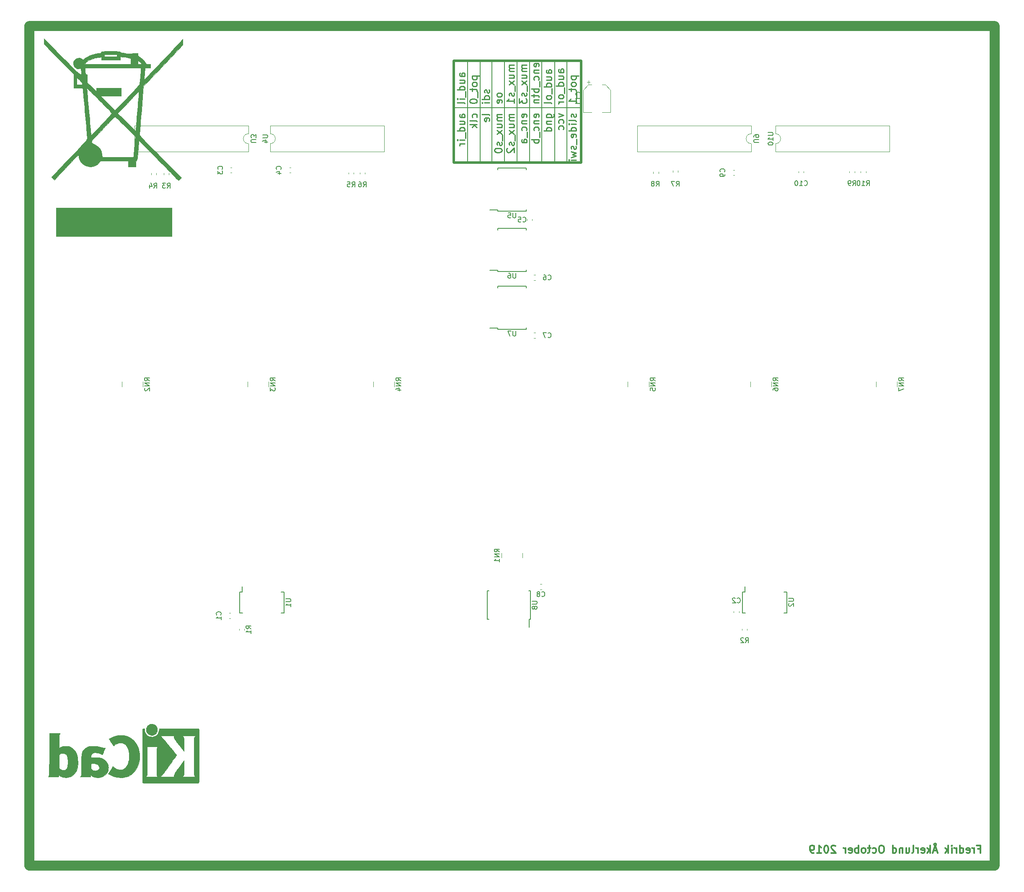
<source format=gbr>
G04 #@! TF.GenerationSoftware,KiCad,Pcbnew,(5.1.4)-1*
G04 #@! TF.CreationDate,2019-10-13T10:06:27+02:00*
G04 #@! TF.ProjectId,ctrl_interface,6374726c-5f69-46e7-9465-72666163652e,rev?*
G04 #@! TF.SameCoordinates,Original*
G04 #@! TF.FileFunction,Legend,Bot*
G04 #@! TF.FilePolarity,Positive*
%FSLAX46Y46*%
G04 Gerber Fmt 4.6, Leading zero omitted, Abs format (unit mm)*
G04 Created by KiCad (PCBNEW (5.1.4)-1) date 2019-10-13 10:06:27*
%MOMM*%
%LPD*%
G04 APERTURE LIST*
%ADD10C,0.300000*%
%ADD11C,2.000000*%
%ADD12C,0.200000*%
%ADD13C,0.500000*%
%ADD14C,0.250000*%
%ADD15C,0.010000*%
%ADD16C,0.120000*%
%ADD17C,0.150000*%
G04 APERTURE END LIST*
D10*
X246548571Y-181502857D02*
X247048571Y-181502857D01*
X247048571Y-182288571D02*
X247048571Y-180788571D01*
X246334285Y-180788571D01*
X245762857Y-182288571D02*
X245762857Y-181288571D01*
X245762857Y-181574285D02*
X245691428Y-181431428D01*
X245620000Y-181360000D01*
X245477142Y-181288571D01*
X245334285Y-181288571D01*
X244262857Y-182217142D02*
X244405714Y-182288571D01*
X244691428Y-182288571D01*
X244834285Y-182217142D01*
X244905714Y-182074285D01*
X244905714Y-181502857D01*
X244834285Y-181360000D01*
X244691428Y-181288571D01*
X244405714Y-181288571D01*
X244262857Y-181360000D01*
X244191428Y-181502857D01*
X244191428Y-181645714D01*
X244905714Y-181788571D01*
X242905714Y-182288571D02*
X242905714Y-180788571D01*
X242905714Y-182217142D02*
X243048571Y-182288571D01*
X243334285Y-182288571D01*
X243477142Y-182217142D01*
X243548571Y-182145714D01*
X243620000Y-182002857D01*
X243620000Y-181574285D01*
X243548571Y-181431428D01*
X243477142Y-181360000D01*
X243334285Y-181288571D01*
X243048571Y-181288571D01*
X242905714Y-181360000D01*
X242191428Y-182288571D02*
X242191428Y-181288571D01*
X242191428Y-181574285D02*
X242120000Y-181431428D01*
X242048571Y-181360000D01*
X241905714Y-181288571D01*
X241762857Y-181288571D01*
X241262857Y-182288571D02*
X241262857Y-181288571D01*
X241262857Y-180788571D02*
X241334285Y-180860000D01*
X241262857Y-180931428D01*
X241191428Y-180860000D01*
X241262857Y-180788571D01*
X241262857Y-180931428D01*
X240548571Y-182288571D02*
X240548571Y-180788571D01*
X240405714Y-181717142D02*
X239977142Y-182288571D01*
X239977142Y-181288571D02*
X240548571Y-181860000D01*
X238262857Y-181860000D02*
X237548571Y-181860000D01*
X238405714Y-182288571D02*
X237905714Y-180788571D01*
X237405714Y-182288571D01*
X237905714Y-180788571D02*
X238048571Y-180717142D01*
X238120000Y-180574285D01*
X238048571Y-180431428D01*
X237905714Y-180360000D01*
X237762857Y-180431428D01*
X237691428Y-180574285D01*
X237762857Y-180717142D01*
X237905714Y-180788571D01*
X236905714Y-182288571D02*
X236905714Y-180788571D01*
X236762857Y-181717142D02*
X236334285Y-182288571D01*
X236334285Y-181288571D02*
X236905714Y-181860000D01*
X235120000Y-182217142D02*
X235262857Y-182288571D01*
X235548571Y-182288571D01*
X235691428Y-182217142D01*
X235762857Y-182074285D01*
X235762857Y-181502857D01*
X235691428Y-181360000D01*
X235548571Y-181288571D01*
X235262857Y-181288571D01*
X235120000Y-181360000D01*
X235048571Y-181502857D01*
X235048571Y-181645714D01*
X235762857Y-181788571D01*
X234405714Y-182288571D02*
X234405714Y-181288571D01*
X234405714Y-181574285D02*
X234334285Y-181431428D01*
X234262857Y-181360000D01*
X234120000Y-181288571D01*
X233977142Y-181288571D01*
X233262857Y-182288571D02*
X233405714Y-182217142D01*
X233477142Y-182074285D01*
X233477142Y-180788571D01*
X232048571Y-181288571D02*
X232048571Y-182288571D01*
X232691428Y-181288571D02*
X232691428Y-182074285D01*
X232620000Y-182217142D01*
X232477142Y-182288571D01*
X232262857Y-182288571D01*
X232120000Y-182217142D01*
X232048571Y-182145714D01*
X231334285Y-181288571D02*
X231334285Y-182288571D01*
X231334285Y-181431428D02*
X231262857Y-181360000D01*
X231120000Y-181288571D01*
X230905714Y-181288571D01*
X230762857Y-181360000D01*
X230691428Y-181502857D01*
X230691428Y-182288571D01*
X229334285Y-182288571D02*
X229334285Y-180788571D01*
X229334285Y-182217142D02*
X229477142Y-182288571D01*
X229762857Y-182288571D01*
X229905714Y-182217142D01*
X229977142Y-182145714D01*
X230048571Y-182002857D01*
X230048571Y-181574285D01*
X229977142Y-181431428D01*
X229905714Y-181360000D01*
X229762857Y-181288571D01*
X229477142Y-181288571D01*
X229334285Y-181360000D01*
X227191428Y-180788571D02*
X226905714Y-180788571D01*
X226762857Y-180860000D01*
X226620000Y-181002857D01*
X226548571Y-181288571D01*
X226548571Y-181788571D01*
X226620000Y-182074285D01*
X226762857Y-182217142D01*
X226905714Y-182288571D01*
X227191428Y-182288571D01*
X227334285Y-182217142D01*
X227477142Y-182074285D01*
X227548571Y-181788571D01*
X227548571Y-181288571D01*
X227477142Y-181002857D01*
X227334285Y-180860000D01*
X227191428Y-180788571D01*
X225262857Y-182217142D02*
X225405714Y-182288571D01*
X225691428Y-182288571D01*
X225834285Y-182217142D01*
X225905714Y-182145714D01*
X225977142Y-182002857D01*
X225977142Y-181574285D01*
X225905714Y-181431428D01*
X225834285Y-181360000D01*
X225691428Y-181288571D01*
X225405714Y-181288571D01*
X225262857Y-181360000D01*
X224834285Y-181288571D02*
X224262857Y-181288571D01*
X224620000Y-180788571D02*
X224620000Y-182074285D01*
X224548571Y-182217142D01*
X224405714Y-182288571D01*
X224262857Y-182288571D01*
X223548571Y-182288571D02*
X223691428Y-182217142D01*
X223762857Y-182145714D01*
X223834285Y-182002857D01*
X223834285Y-181574285D01*
X223762857Y-181431428D01*
X223691428Y-181360000D01*
X223548571Y-181288571D01*
X223334285Y-181288571D01*
X223191428Y-181360000D01*
X223120000Y-181431428D01*
X223048571Y-181574285D01*
X223048571Y-182002857D01*
X223120000Y-182145714D01*
X223191428Y-182217142D01*
X223334285Y-182288571D01*
X223548571Y-182288571D01*
X222405714Y-182288571D02*
X222405714Y-180788571D01*
X222405714Y-181360000D02*
X222262857Y-181288571D01*
X221977142Y-181288571D01*
X221834285Y-181360000D01*
X221762857Y-181431428D01*
X221691428Y-181574285D01*
X221691428Y-182002857D01*
X221762857Y-182145714D01*
X221834285Y-182217142D01*
X221977142Y-182288571D01*
X222262857Y-182288571D01*
X222405714Y-182217142D01*
X220477142Y-182217142D02*
X220620000Y-182288571D01*
X220905714Y-182288571D01*
X221048571Y-182217142D01*
X221120000Y-182074285D01*
X221120000Y-181502857D01*
X221048571Y-181360000D01*
X220905714Y-181288571D01*
X220620000Y-181288571D01*
X220477142Y-181360000D01*
X220405714Y-181502857D01*
X220405714Y-181645714D01*
X221120000Y-181788571D01*
X219762857Y-182288571D02*
X219762857Y-181288571D01*
X219762857Y-181574285D02*
X219691428Y-181431428D01*
X219620000Y-181360000D01*
X219477142Y-181288571D01*
X219334285Y-181288571D01*
X217762857Y-180931428D02*
X217691428Y-180860000D01*
X217548571Y-180788571D01*
X217191428Y-180788571D01*
X217048571Y-180860000D01*
X216977142Y-180931428D01*
X216905714Y-181074285D01*
X216905714Y-181217142D01*
X216977142Y-181431428D01*
X217834285Y-182288571D01*
X216905714Y-182288571D01*
X215977142Y-180788571D02*
X215834285Y-180788571D01*
X215691428Y-180860000D01*
X215620000Y-180931428D01*
X215548571Y-181074285D01*
X215477142Y-181360000D01*
X215477142Y-181717142D01*
X215548571Y-182002857D01*
X215620000Y-182145714D01*
X215691428Y-182217142D01*
X215834285Y-182288571D01*
X215977142Y-182288571D01*
X216120000Y-182217142D01*
X216191428Y-182145714D01*
X216262857Y-182002857D01*
X216334285Y-181717142D01*
X216334285Y-181360000D01*
X216262857Y-181074285D01*
X216191428Y-180931428D01*
X216120000Y-180860000D01*
X215977142Y-180788571D01*
X214048571Y-182288571D02*
X214905714Y-182288571D01*
X214477142Y-182288571D02*
X214477142Y-180788571D01*
X214620000Y-181002857D01*
X214762857Y-181145714D01*
X214905714Y-181217142D01*
X213334285Y-182288571D02*
X213048571Y-182288571D01*
X212905714Y-182217142D01*
X212834285Y-182145714D01*
X212691428Y-181931428D01*
X212620000Y-181645714D01*
X212620000Y-181074285D01*
X212691428Y-180931428D01*
X212762857Y-180860000D01*
X212905714Y-180788571D01*
X213191428Y-180788571D01*
X213334285Y-180860000D01*
X213405714Y-180931428D01*
X213477142Y-181074285D01*
X213477142Y-181431428D01*
X213405714Y-181574285D01*
X213334285Y-181645714D01*
X213191428Y-181717142D01*
X212905714Y-181717142D01*
X212762857Y-181645714D01*
X212691428Y-181574285D01*
X212620000Y-181431428D01*
D11*
X54864000Y-15240000D02*
X249936000Y-15240000D01*
X249936000Y-184912000D02*
X249936000Y-15240000D01*
X54864000Y-184912000D02*
X54864000Y-15240000D01*
X54864000Y-184912000D02*
X249936000Y-184912000D01*
D12*
X163449000Y-22225000D02*
X163449000Y-42799000D01*
X161036000Y-22225000D02*
X161036000Y-42799000D01*
X155956000Y-22225000D02*
X155956000Y-42799000D01*
X158369000Y-22098000D02*
X158369000Y-42672000D01*
X153416000Y-22225000D02*
X153416000Y-42799000D01*
X143383000Y-22098000D02*
X143383000Y-42672000D01*
X145923000Y-22098000D02*
X145923000Y-42672000D01*
X148336000Y-22225000D02*
X148336000Y-42799000D01*
X150876000Y-22225000D02*
X150876000Y-42799000D01*
X166370000Y-31750000D02*
X140589000Y-31750000D01*
D13*
X166370000Y-22225000D02*
X140589000Y-22225000D01*
X166370000Y-42799000D02*
X140589000Y-42799000D01*
X140589000Y-22225000D02*
X140589000Y-42799000D01*
X166370000Y-22225000D02*
X166370000Y-42799000D01*
D14*
X142828571Y-33674500D02*
X142042857Y-33674500D01*
X141900000Y-33603071D01*
X141828571Y-33460214D01*
X141828571Y-33174500D01*
X141900000Y-33031642D01*
X142757142Y-33674500D02*
X142828571Y-33531642D01*
X142828571Y-33174500D01*
X142757142Y-33031642D01*
X142614285Y-32960214D01*
X142471428Y-32960214D01*
X142328571Y-33031642D01*
X142257142Y-33174500D01*
X142257142Y-33531642D01*
X142185714Y-33674500D01*
X141828571Y-35031642D02*
X142828571Y-35031642D01*
X141828571Y-34388785D02*
X142614285Y-34388785D01*
X142757142Y-34460214D01*
X142828571Y-34603071D01*
X142828571Y-34817357D01*
X142757142Y-34960214D01*
X142685714Y-35031642D01*
X142828571Y-36388785D02*
X141328571Y-36388785D01*
X142757142Y-36388785D02*
X142828571Y-36245928D01*
X142828571Y-35960214D01*
X142757142Y-35817357D01*
X142685714Y-35745928D01*
X142542857Y-35674500D01*
X142114285Y-35674500D01*
X141971428Y-35745928D01*
X141900000Y-35817357D01*
X141828571Y-35960214D01*
X141828571Y-36245928D01*
X141900000Y-36388785D01*
X142971428Y-36745928D02*
X142971428Y-37888785D01*
X142828571Y-38245928D02*
X141828571Y-38245928D01*
X141328571Y-38245928D02*
X141400000Y-38174500D01*
X141471428Y-38245928D01*
X141400000Y-38317357D01*
X141328571Y-38245928D01*
X141471428Y-38245928D01*
X142828571Y-38960214D02*
X141828571Y-38960214D01*
X142114285Y-38960214D02*
X141971428Y-39031642D01*
X141900000Y-39103071D01*
X141828571Y-39245928D01*
X141828571Y-39388785D01*
X145257142Y-33674500D02*
X145328571Y-33531642D01*
X145328571Y-33245928D01*
X145257142Y-33103071D01*
X145185714Y-33031642D01*
X145042857Y-32960214D01*
X144614285Y-32960214D01*
X144471428Y-33031642D01*
X144400000Y-33103071D01*
X144328571Y-33245928D01*
X144328571Y-33531642D01*
X144400000Y-33674500D01*
X145328571Y-34531642D02*
X145257142Y-34388785D01*
X145114285Y-34317357D01*
X143828571Y-34317357D01*
X145328571Y-35103071D02*
X143828571Y-35103071D01*
X144757142Y-35245928D02*
X145328571Y-35674500D01*
X144328571Y-35674500D02*
X144900000Y-35103071D01*
X147828571Y-33245928D02*
X147757142Y-33103071D01*
X147614285Y-33031642D01*
X146328571Y-33031642D01*
X147757142Y-34388785D02*
X147828571Y-34245928D01*
X147828571Y-33960214D01*
X147757142Y-33817357D01*
X147614285Y-33745928D01*
X147042857Y-33745928D01*
X146900000Y-33817357D01*
X146828571Y-33960214D01*
X146828571Y-34245928D01*
X146900000Y-34388785D01*
X147042857Y-34460214D01*
X147185714Y-34460214D01*
X147328571Y-33745928D01*
X150328571Y-33031642D02*
X149328571Y-33031642D01*
X149471428Y-33031642D02*
X149400000Y-33103071D01*
X149328571Y-33245928D01*
X149328571Y-33460214D01*
X149400000Y-33603071D01*
X149542857Y-33674500D01*
X150328571Y-33674500D01*
X149542857Y-33674500D02*
X149400000Y-33745928D01*
X149328571Y-33888785D01*
X149328571Y-34103071D01*
X149400000Y-34245928D01*
X149542857Y-34317357D01*
X150328571Y-34317357D01*
X149328571Y-35674500D02*
X150328571Y-35674500D01*
X149328571Y-35031642D02*
X150114285Y-35031642D01*
X150257142Y-35103071D01*
X150328571Y-35245928D01*
X150328571Y-35460214D01*
X150257142Y-35603071D01*
X150185714Y-35674500D01*
X150328571Y-36245928D02*
X149328571Y-37031642D01*
X149328571Y-36245928D02*
X150328571Y-37031642D01*
X150471428Y-37245928D02*
X150471428Y-38388785D01*
X150257142Y-38674500D02*
X150328571Y-38817357D01*
X150328571Y-39103071D01*
X150257142Y-39245928D01*
X150114285Y-39317357D01*
X150042857Y-39317357D01*
X149900000Y-39245928D01*
X149828571Y-39103071D01*
X149828571Y-38888785D01*
X149757142Y-38745928D01*
X149614285Y-38674500D01*
X149542857Y-38674500D01*
X149400000Y-38745928D01*
X149328571Y-38888785D01*
X149328571Y-39103071D01*
X149400000Y-39245928D01*
X148828571Y-40245928D02*
X148828571Y-40388785D01*
X148900000Y-40531642D01*
X148971428Y-40603071D01*
X149114285Y-40674500D01*
X149400000Y-40745928D01*
X149757142Y-40745928D01*
X150042857Y-40674500D01*
X150185714Y-40603071D01*
X150257142Y-40531642D01*
X150328571Y-40388785D01*
X150328571Y-40245928D01*
X150257142Y-40103071D01*
X150185714Y-40031642D01*
X150042857Y-39960214D01*
X149757142Y-39888785D01*
X149400000Y-39888785D01*
X149114285Y-39960214D01*
X148971428Y-40031642D01*
X148900000Y-40103071D01*
X148828571Y-40245928D01*
X152828571Y-33031642D02*
X151828571Y-33031642D01*
X151971428Y-33031642D02*
X151900000Y-33103071D01*
X151828571Y-33245928D01*
X151828571Y-33460214D01*
X151900000Y-33603071D01*
X152042857Y-33674500D01*
X152828571Y-33674500D01*
X152042857Y-33674500D02*
X151900000Y-33745928D01*
X151828571Y-33888785D01*
X151828571Y-34103071D01*
X151900000Y-34245928D01*
X152042857Y-34317357D01*
X152828571Y-34317357D01*
X151828571Y-35674500D02*
X152828571Y-35674500D01*
X151828571Y-35031642D02*
X152614285Y-35031642D01*
X152757142Y-35103071D01*
X152828571Y-35245928D01*
X152828571Y-35460214D01*
X152757142Y-35603071D01*
X152685714Y-35674500D01*
X152828571Y-36245928D02*
X151828571Y-37031642D01*
X151828571Y-36245928D02*
X152828571Y-37031642D01*
X152971428Y-37245928D02*
X152971428Y-38388785D01*
X152757142Y-38674500D02*
X152828571Y-38817357D01*
X152828571Y-39103071D01*
X152757142Y-39245928D01*
X152614285Y-39317357D01*
X152542857Y-39317357D01*
X152400000Y-39245928D01*
X152328571Y-39103071D01*
X152328571Y-38888785D01*
X152257142Y-38745928D01*
X152114285Y-38674500D01*
X152042857Y-38674500D01*
X151900000Y-38745928D01*
X151828571Y-38888785D01*
X151828571Y-39103071D01*
X151900000Y-39245928D01*
X151471428Y-39888785D02*
X151400000Y-39960214D01*
X151328571Y-40103071D01*
X151328571Y-40460214D01*
X151400000Y-40603071D01*
X151471428Y-40674500D01*
X151614285Y-40745928D01*
X151757142Y-40745928D01*
X151971428Y-40674500D01*
X152828571Y-39817357D01*
X152828571Y-40745928D01*
X155257142Y-33603071D02*
X155328571Y-33460214D01*
X155328571Y-33174500D01*
X155257142Y-33031642D01*
X155114285Y-32960214D01*
X154542857Y-32960214D01*
X154400000Y-33031642D01*
X154328571Y-33174500D01*
X154328571Y-33460214D01*
X154400000Y-33603071D01*
X154542857Y-33674500D01*
X154685714Y-33674500D01*
X154828571Y-32960214D01*
X154328571Y-34317357D02*
X155328571Y-34317357D01*
X154471428Y-34317357D02*
X154400000Y-34388785D01*
X154328571Y-34531642D01*
X154328571Y-34745928D01*
X154400000Y-34888785D01*
X154542857Y-34960214D01*
X155328571Y-34960214D01*
X155257142Y-36317357D02*
X155328571Y-36174500D01*
X155328571Y-35888785D01*
X155257142Y-35745928D01*
X155185714Y-35674500D01*
X155042857Y-35603071D01*
X154614285Y-35603071D01*
X154471428Y-35674500D01*
X154400000Y-35745928D01*
X154328571Y-35888785D01*
X154328571Y-36174500D01*
X154400000Y-36317357D01*
X155471428Y-36603071D02*
X155471428Y-37745928D01*
X155328571Y-38745928D02*
X154542857Y-38745928D01*
X154400000Y-38674500D01*
X154328571Y-38531642D01*
X154328571Y-38245928D01*
X154400000Y-38103071D01*
X155257142Y-38745928D02*
X155328571Y-38603071D01*
X155328571Y-38245928D01*
X155257142Y-38103071D01*
X155114285Y-38031642D01*
X154971428Y-38031642D01*
X154828571Y-38103071D01*
X154757142Y-38245928D01*
X154757142Y-38603071D01*
X154685714Y-38745928D01*
X157757142Y-33603071D02*
X157828571Y-33460214D01*
X157828571Y-33174500D01*
X157757142Y-33031642D01*
X157614285Y-32960214D01*
X157042857Y-32960214D01*
X156900000Y-33031642D01*
X156828571Y-33174500D01*
X156828571Y-33460214D01*
X156900000Y-33603071D01*
X157042857Y-33674500D01*
X157185714Y-33674500D01*
X157328571Y-32960214D01*
X156828571Y-34317357D02*
X157828571Y-34317357D01*
X156971428Y-34317357D02*
X156900000Y-34388785D01*
X156828571Y-34531642D01*
X156828571Y-34745928D01*
X156900000Y-34888785D01*
X157042857Y-34960214D01*
X157828571Y-34960214D01*
X157757142Y-36317357D02*
X157828571Y-36174500D01*
X157828571Y-35888785D01*
X157757142Y-35745928D01*
X157685714Y-35674500D01*
X157542857Y-35603071D01*
X157114285Y-35603071D01*
X156971428Y-35674500D01*
X156900000Y-35745928D01*
X156828571Y-35888785D01*
X156828571Y-36174500D01*
X156900000Y-36317357D01*
X157971428Y-36603071D02*
X157971428Y-37745928D01*
X157828571Y-38103071D02*
X156328571Y-38103071D01*
X156900000Y-38103071D02*
X156828571Y-38245928D01*
X156828571Y-38531642D01*
X156900000Y-38674500D01*
X156971428Y-38745928D01*
X157114285Y-38817357D01*
X157542857Y-38817357D01*
X157685714Y-38745928D01*
X157757142Y-38674500D01*
X157828571Y-38531642D01*
X157828571Y-38245928D01*
X157757142Y-38103071D01*
X159328571Y-33674500D02*
X160542857Y-33674500D01*
X160685714Y-33603071D01*
X160757142Y-33531642D01*
X160828571Y-33388785D01*
X160828571Y-33174500D01*
X160757142Y-33031642D01*
X160257142Y-33674500D02*
X160328571Y-33531642D01*
X160328571Y-33245928D01*
X160257142Y-33103071D01*
X160185714Y-33031642D01*
X160042857Y-32960214D01*
X159614285Y-32960214D01*
X159471428Y-33031642D01*
X159400000Y-33103071D01*
X159328571Y-33245928D01*
X159328571Y-33531642D01*
X159400000Y-33674500D01*
X159328571Y-34388785D02*
X160328571Y-34388785D01*
X159471428Y-34388785D02*
X159400000Y-34460214D01*
X159328571Y-34603071D01*
X159328571Y-34817357D01*
X159400000Y-34960214D01*
X159542857Y-35031642D01*
X160328571Y-35031642D01*
X160328571Y-36388785D02*
X158828571Y-36388785D01*
X160257142Y-36388785D02*
X160328571Y-36245928D01*
X160328571Y-35960214D01*
X160257142Y-35817357D01*
X160185714Y-35745928D01*
X160042857Y-35674500D01*
X159614285Y-35674500D01*
X159471428Y-35745928D01*
X159400000Y-35817357D01*
X159328571Y-35960214D01*
X159328571Y-36245928D01*
X159400000Y-36388785D01*
X161828571Y-32888785D02*
X162828571Y-33245928D01*
X161828571Y-33603071D01*
X162757142Y-34817357D02*
X162828571Y-34674500D01*
X162828571Y-34388785D01*
X162757142Y-34245928D01*
X162685714Y-34174500D01*
X162542857Y-34103071D01*
X162114285Y-34103071D01*
X161971428Y-34174500D01*
X161900000Y-34245928D01*
X161828571Y-34388785D01*
X161828571Y-34674500D01*
X161900000Y-34817357D01*
X162757142Y-36103071D02*
X162828571Y-35960214D01*
X162828571Y-35674500D01*
X162757142Y-35531642D01*
X162685714Y-35460214D01*
X162542857Y-35388785D01*
X162114285Y-35388785D01*
X161971428Y-35460214D01*
X161900000Y-35531642D01*
X161828571Y-35674500D01*
X161828571Y-35960214D01*
X161900000Y-36103071D01*
X165257142Y-32960214D02*
X165328571Y-33103071D01*
X165328571Y-33388785D01*
X165257142Y-33531642D01*
X165114285Y-33603071D01*
X165042857Y-33603071D01*
X164900000Y-33531642D01*
X164828571Y-33388785D01*
X164828571Y-33174500D01*
X164757142Y-33031642D01*
X164614285Y-32960214D01*
X164542857Y-32960214D01*
X164400000Y-33031642D01*
X164328571Y-33174500D01*
X164328571Y-33388785D01*
X164400000Y-33531642D01*
X165328571Y-34460214D02*
X165257142Y-34317357D01*
X165114285Y-34245928D01*
X163828571Y-34245928D01*
X165328571Y-35031642D02*
X164328571Y-35031642D01*
X163828571Y-35031642D02*
X163900000Y-34960214D01*
X163971428Y-35031642D01*
X163900000Y-35103071D01*
X163828571Y-35031642D01*
X163971428Y-35031642D01*
X165328571Y-36388785D02*
X163828571Y-36388785D01*
X165257142Y-36388785D02*
X165328571Y-36245928D01*
X165328571Y-35960214D01*
X165257142Y-35817357D01*
X165185714Y-35745928D01*
X165042857Y-35674500D01*
X164614285Y-35674500D01*
X164471428Y-35745928D01*
X164400000Y-35817357D01*
X164328571Y-35960214D01*
X164328571Y-36245928D01*
X164400000Y-36388785D01*
X165257142Y-37674500D02*
X165328571Y-37531642D01*
X165328571Y-37245928D01*
X165257142Y-37103071D01*
X165114285Y-37031642D01*
X164542857Y-37031642D01*
X164400000Y-37103071D01*
X164328571Y-37245928D01*
X164328571Y-37531642D01*
X164400000Y-37674500D01*
X164542857Y-37745928D01*
X164685714Y-37745928D01*
X164828571Y-37031642D01*
X165471428Y-38031642D02*
X165471428Y-39174500D01*
X165257142Y-39460214D02*
X165328571Y-39603071D01*
X165328571Y-39888785D01*
X165257142Y-40031642D01*
X165114285Y-40103071D01*
X165042857Y-40103071D01*
X164900000Y-40031642D01*
X164828571Y-39888785D01*
X164828571Y-39674500D01*
X164757142Y-39531642D01*
X164614285Y-39460214D01*
X164542857Y-39460214D01*
X164400000Y-39531642D01*
X164328571Y-39674500D01*
X164328571Y-39888785D01*
X164400000Y-40031642D01*
X164328571Y-40603071D02*
X165328571Y-40888785D01*
X164614285Y-41174500D01*
X165328571Y-41460214D01*
X164328571Y-41745928D01*
X165328571Y-42317357D02*
X164328571Y-42317357D01*
X163828571Y-42317357D02*
X163900000Y-42245928D01*
X163971428Y-42317357D01*
X163900000Y-42388785D01*
X163828571Y-42317357D01*
X163971428Y-42317357D01*
X142828571Y-25365214D02*
X142042857Y-25365214D01*
X141900000Y-25293785D01*
X141828571Y-25150928D01*
X141828571Y-24865214D01*
X141900000Y-24722357D01*
X142757142Y-25365214D02*
X142828571Y-25222357D01*
X142828571Y-24865214D01*
X142757142Y-24722357D01*
X142614285Y-24650928D01*
X142471428Y-24650928D01*
X142328571Y-24722357D01*
X142257142Y-24865214D01*
X142257142Y-25222357D01*
X142185714Y-25365214D01*
X141828571Y-26722357D02*
X142828571Y-26722357D01*
X141828571Y-26079500D02*
X142614285Y-26079500D01*
X142757142Y-26150928D01*
X142828571Y-26293785D01*
X142828571Y-26508071D01*
X142757142Y-26650928D01*
X142685714Y-26722357D01*
X142828571Y-28079500D02*
X141328571Y-28079500D01*
X142757142Y-28079500D02*
X142828571Y-27936642D01*
X142828571Y-27650928D01*
X142757142Y-27508071D01*
X142685714Y-27436642D01*
X142542857Y-27365214D01*
X142114285Y-27365214D01*
X141971428Y-27436642D01*
X141900000Y-27508071D01*
X141828571Y-27650928D01*
X141828571Y-27936642D01*
X141900000Y-28079500D01*
X142971428Y-28436642D02*
X142971428Y-29579500D01*
X142828571Y-29936642D02*
X141828571Y-29936642D01*
X141328571Y-29936642D02*
X141400000Y-29865214D01*
X141471428Y-29936642D01*
X141400000Y-30008071D01*
X141328571Y-29936642D01*
X141471428Y-29936642D01*
X142828571Y-30865214D02*
X142757142Y-30722357D01*
X142614285Y-30650928D01*
X141328571Y-30650928D01*
X144328571Y-25293785D02*
X145828571Y-25293785D01*
X144400000Y-25293785D02*
X144328571Y-25436642D01*
X144328571Y-25722357D01*
X144400000Y-25865214D01*
X144471428Y-25936642D01*
X144614285Y-26008071D01*
X145042857Y-26008071D01*
X145185714Y-25936642D01*
X145257142Y-25865214D01*
X145328571Y-25722357D01*
X145328571Y-25436642D01*
X145257142Y-25293785D01*
X145328571Y-26865214D02*
X145257142Y-26722357D01*
X145185714Y-26650928D01*
X145042857Y-26579500D01*
X144614285Y-26579500D01*
X144471428Y-26650928D01*
X144400000Y-26722357D01*
X144328571Y-26865214D01*
X144328571Y-27079500D01*
X144400000Y-27222357D01*
X144471428Y-27293785D01*
X144614285Y-27365214D01*
X145042857Y-27365214D01*
X145185714Y-27293785D01*
X145257142Y-27222357D01*
X145328571Y-27079500D01*
X145328571Y-26865214D01*
X144328571Y-27793785D02*
X144328571Y-28365214D01*
X143828571Y-28008071D02*
X145114285Y-28008071D01*
X145257142Y-28079500D01*
X145328571Y-28222357D01*
X145328571Y-28365214D01*
X145471428Y-28508071D02*
X145471428Y-29650928D01*
X143828571Y-30293785D02*
X143828571Y-30436642D01*
X143900000Y-30579500D01*
X143971428Y-30650928D01*
X144114285Y-30722357D01*
X144400000Y-30793785D01*
X144757142Y-30793785D01*
X145042857Y-30722357D01*
X145185714Y-30650928D01*
X145257142Y-30579500D01*
X145328571Y-30436642D01*
X145328571Y-30293785D01*
X145257142Y-30150928D01*
X145185714Y-30079500D01*
X145042857Y-30008071D01*
X144757142Y-29936642D01*
X144400000Y-29936642D01*
X144114285Y-30008071D01*
X143971428Y-30079500D01*
X143900000Y-30150928D01*
X143828571Y-30293785D01*
X147757142Y-28079500D02*
X147828571Y-28222357D01*
X147828571Y-28508071D01*
X147757142Y-28650928D01*
X147614285Y-28722357D01*
X147542857Y-28722357D01*
X147400000Y-28650928D01*
X147328571Y-28508071D01*
X147328571Y-28293785D01*
X147257142Y-28150928D01*
X147114285Y-28079500D01*
X147042857Y-28079500D01*
X146900000Y-28150928D01*
X146828571Y-28293785D01*
X146828571Y-28508071D01*
X146900000Y-28650928D01*
X147828571Y-30008071D02*
X146328571Y-30008071D01*
X147757142Y-30008071D02*
X147828571Y-29865214D01*
X147828571Y-29579500D01*
X147757142Y-29436642D01*
X147685714Y-29365214D01*
X147542857Y-29293785D01*
X147114285Y-29293785D01*
X146971428Y-29365214D01*
X146900000Y-29436642D01*
X146828571Y-29579500D01*
X146828571Y-29865214D01*
X146900000Y-30008071D01*
X147828571Y-30722357D02*
X146828571Y-30722357D01*
X146328571Y-30722357D02*
X146400000Y-30650928D01*
X146471428Y-30722357D01*
X146400000Y-30793785D01*
X146328571Y-30722357D01*
X146471428Y-30722357D01*
X150328571Y-29008071D02*
X150257142Y-28865214D01*
X150185714Y-28793785D01*
X150042857Y-28722357D01*
X149614285Y-28722357D01*
X149471428Y-28793785D01*
X149400000Y-28865214D01*
X149328571Y-29008071D01*
X149328571Y-29222357D01*
X149400000Y-29365214D01*
X149471428Y-29436642D01*
X149614285Y-29508071D01*
X150042857Y-29508071D01*
X150185714Y-29436642D01*
X150257142Y-29365214D01*
X150328571Y-29222357D01*
X150328571Y-29008071D01*
X150257142Y-30722357D02*
X150328571Y-30579500D01*
X150328571Y-30293785D01*
X150257142Y-30150928D01*
X150114285Y-30079500D01*
X149542857Y-30079500D01*
X149400000Y-30150928D01*
X149328571Y-30293785D01*
X149328571Y-30579500D01*
X149400000Y-30722357D01*
X149542857Y-30793785D01*
X149685714Y-30793785D01*
X149828571Y-30079500D01*
X152828571Y-23079500D02*
X151828571Y-23079500D01*
X151971428Y-23079500D02*
X151900000Y-23150928D01*
X151828571Y-23293785D01*
X151828571Y-23508071D01*
X151900000Y-23650928D01*
X152042857Y-23722357D01*
X152828571Y-23722357D01*
X152042857Y-23722357D02*
X151900000Y-23793785D01*
X151828571Y-23936642D01*
X151828571Y-24150928D01*
X151900000Y-24293785D01*
X152042857Y-24365214D01*
X152828571Y-24365214D01*
X151828571Y-25722357D02*
X152828571Y-25722357D01*
X151828571Y-25079500D02*
X152614285Y-25079500D01*
X152757142Y-25150928D01*
X152828571Y-25293785D01*
X152828571Y-25508071D01*
X152757142Y-25650928D01*
X152685714Y-25722357D01*
X152828571Y-26293785D02*
X151828571Y-27079500D01*
X151828571Y-26293785D02*
X152828571Y-27079500D01*
X152971428Y-27293785D02*
X152971428Y-28436642D01*
X152757142Y-28722357D02*
X152828571Y-28865214D01*
X152828571Y-29150928D01*
X152757142Y-29293785D01*
X152614285Y-29365214D01*
X152542857Y-29365214D01*
X152400000Y-29293785D01*
X152328571Y-29150928D01*
X152328571Y-28936642D01*
X152257142Y-28793785D01*
X152114285Y-28722357D01*
X152042857Y-28722357D01*
X151900000Y-28793785D01*
X151828571Y-28936642D01*
X151828571Y-29150928D01*
X151900000Y-29293785D01*
X152828571Y-30793785D02*
X152828571Y-29936642D01*
X152828571Y-30365214D02*
X151328571Y-30365214D01*
X151542857Y-30222357D01*
X151685714Y-30079500D01*
X151757142Y-29936642D01*
X155328571Y-23079500D02*
X154328571Y-23079500D01*
X154471428Y-23079500D02*
X154400000Y-23150928D01*
X154328571Y-23293785D01*
X154328571Y-23508071D01*
X154400000Y-23650928D01*
X154542857Y-23722357D01*
X155328571Y-23722357D01*
X154542857Y-23722357D02*
X154400000Y-23793785D01*
X154328571Y-23936642D01*
X154328571Y-24150928D01*
X154400000Y-24293785D01*
X154542857Y-24365214D01*
X155328571Y-24365214D01*
X154328571Y-25722357D02*
X155328571Y-25722357D01*
X154328571Y-25079500D02*
X155114285Y-25079500D01*
X155257142Y-25150928D01*
X155328571Y-25293785D01*
X155328571Y-25508071D01*
X155257142Y-25650928D01*
X155185714Y-25722357D01*
X155328571Y-26293785D02*
X154328571Y-27079500D01*
X154328571Y-26293785D02*
X155328571Y-27079500D01*
X155471428Y-27293785D02*
X155471428Y-28436642D01*
X155257142Y-28722357D02*
X155328571Y-28865214D01*
X155328571Y-29150928D01*
X155257142Y-29293785D01*
X155114285Y-29365214D01*
X155042857Y-29365214D01*
X154900000Y-29293785D01*
X154828571Y-29150928D01*
X154828571Y-28936642D01*
X154757142Y-28793785D01*
X154614285Y-28722357D01*
X154542857Y-28722357D01*
X154400000Y-28793785D01*
X154328571Y-28936642D01*
X154328571Y-29150928D01*
X154400000Y-29293785D01*
X153828571Y-29865214D02*
X153828571Y-30793785D01*
X154400000Y-30293785D01*
X154400000Y-30508071D01*
X154471428Y-30650928D01*
X154542857Y-30722357D01*
X154685714Y-30793785D01*
X155042857Y-30793785D01*
X155185714Y-30722357D01*
X155257142Y-30650928D01*
X155328571Y-30508071D01*
X155328571Y-30079500D01*
X155257142Y-29936642D01*
X155185714Y-29865214D01*
X157757142Y-23365214D02*
X157828571Y-23222357D01*
X157828571Y-22936642D01*
X157757142Y-22793785D01*
X157614285Y-22722357D01*
X157042857Y-22722357D01*
X156900000Y-22793785D01*
X156828571Y-22936642D01*
X156828571Y-23222357D01*
X156900000Y-23365214D01*
X157042857Y-23436642D01*
X157185714Y-23436642D01*
X157328571Y-22722357D01*
X156828571Y-24079500D02*
X157828571Y-24079500D01*
X156971428Y-24079500D02*
X156900000Y-24150928D01*
X156828571Y-24293785D01*
X156828571Y-24508071D01*
X156900000Y-24650928D01*
X157042857Y-24722357D01*
X157828571Y-24722357D01*
X157757142Y-26079500D02*
X157828571Y-25936642D01*
X157828571Y-25650928D01*
X157757142Y-25508071D01*
X157685714Y-25436642D01*
X157542857Y-25365214D01*
X157114285Y-25365214D01*
X156971428Y-25436642D01*
X156900000Y-25508071D01*
X156828571Y-25650928D01*
X156828571Y-25936642D01*
X156900000Y-26079500D01*
X157971428Y-26365214D02*
X157971428Y-27508071D01*
X157828571Y-27865214D02*
X156328571Y-27865214D01*
X156900000Y-27865214D02*
X156828571Y-28008071D01*
X156828571Y-28293785D01*
X156900000Y-28436642D01*
X156971428Y-28508071D01*
X157114285Y-28579500D01*
X157542857Y-28579500D01*
X157685714Y-28508071D01*
X157757142Y-28436642D01*
X157828571Y-28293785D01*
X157828571Y-28008071D01*
X157757142Y-27865214D01*
X156828571Y-29008071D02*
X156828571Y-29579500D01*
X156328571Y-29222357D02*
X157614285Y-29222357D01*
X157757142Y-29293785D01*
X157828571Y-29436642D01*
X157828571Y-29579500D01*
X156828571Y-30079500D02*
X157828571Y-30079500D01*
X156971428Y-30079500D02*
X156900000Y-30150928D01*
X156828571Y-30293785D01*
X156828571Y-30508071D01*
X156900000Y-30650928D01*
X157042857Y-30722357D01*
X157828571Y-30722357D01*
X160328571Y-24722357D02*
X159542857Y-24722357D01*
X159400000Y-24650928D01*
X159328571Y-24508071D01*
X159328571Y-24222357D01*
X159400000Y-24079500D01*
X160257142Y-24722357D02*
X160328571Y-24579500D01*
X160328571Y-24222357D01*
X160257142Y-24079500D01*
X160114285Y-24008071D01*
X159971428Y-24008071D01*
X159828571Y-24079500D01*
X159757142Y-24222357D01*
X159757142Y-24579500D01*
X159685714Y-24722357D01*
X159328571Y-26079500D02*
X160328571Y-26079500D01*
X159328571Y-25436642D02*
X160114285Y-25436642D01*
X160257142Y-25508071D01*
X160328571Y-25650928D01*
X160328571Y-25865214D01*
X160257142Y-26008071D01*
X160185714Y-26079500D01*
X160328571Y-27436642D02*
X158828571Y-27436642D01*
X160257142Y-27436642D02*
X160328571Y-27293785D01*
X160328571Y-27008071D01*
X160257142Y-26865214D01*
X160185714Y-26793785D01*
X160042857Y-26722357D01*
X159614285Y-26722357D01*
X159471428Y-26793785D01*
X159400000Y-26865214D01*
X159328571Y-27008071D01*
X159328571Y-27293785D01*
X159400000Y-27436642D01*
X160471428Y-27793785D02*
X160471428Y-28936642D01*
X160328571Y-29508071D02*
X160257142Y-29365214D01*
X160185714Y-29293785D01*
X160042857Y-29222357D01*
X159614285Y-29222357D01*
X159471428Y-29293785D01*
X159400000Y-29365214D01*
X159328571Y-29508071D01*
X159328571Y-29722357D01*
X159400000Y-29865214D01*
X159471428Y-29936642D01*
X159614285Y-30008071D01*
X160042857Y-30008071D01*
X160185714Y-29936642D01*
X160257142Y-29865214D01*
X160328571Y-29722357D01*
X160328571Y-29508071D01*
X160328571Y-30865214D02*
X160257142Y-30722357D01*
X160114285Y-30650928D01*
X158828571Y-30650928D01*
X162828571Y-24579500D02*
X162042857Y-24579500D01*
X161900000Y-24508071D01*
X161828571Y-24365214D01*
X161828571Y-24079500D01*
X161900000Y-23936642D01*
X162757142Y-24579500D02*
X162828571Y-24436642D01*
X162828571Y-24079500D01*
X162757142Y-23936642D01*
X162614285Y-23865214D01*
X162471428Y-23865214D01*
X162328571Y-23936642D01*
X162257142Y-24079500D01*
X162257142Y-24436642D01*
X162185714Y-24579500D01*
X161828571Y-25936642D02*
X162828571Y-25936642D01*
X161828571Y-25293785D02*
X162614285Y-25293785D01*
X162757142Y-25365214D01*
X162828571Y-25508071D01*
X162828571Y-25722357D01*
X162757142Y-25865214D01*
X162685714Y-25936642D01*
X162828571Y-27293785D02*
X161328571Y-27293785D01*
X162757142Y-27293785D02*
X162828571Y-27150928D01*
X162828571Y-26865214D01*
X162757142Y-26722357D01*
X162685714Y-26650928D01*
X162542857Y-26579500D01*
X162114285Y-26579500D01*
X161971428Y-26650928D01*
X161900000Y-26722357D01*
X161828571Y-26865214D01*
X161828571Y-27150928D01*
X161900000Y-27293785D01*
X162971428Y-27650928D02*
X162971428Y-28793785D01*
X162828571Y-29365214D02*
X162757142Y-29222357D01*
X162685714Y-29150928D01*
X162542857Y-29079500D01*
X162114285Y-29079500D01*
X161971428Y-29150928D01*
X161900000Y-29222357D01*
X161828571Y-29365214D01*
X161828571Y-29579500D01*
X161900000Y-29722357D01*
X161971428Y-29793785D01*
X162114285Y-29865214D01*
X162542857Y-29865214D01*
X162685714Y-29793785D01*
X162757142Y-29722357D01*
X162828571Y-29579500D01*
X162828571Y-29365214D01*
X162828571Y-30508071D02*
X161828571Y-30508071D01*
X162114285Y-30508071D02*
X161971428Y-30579500D01*
X161900000Y-30650928D01*
X161828571Y-30793785D01*
X161828571Y-30936642D01*
X164328571Y-25293785D02*
X165828571Y-25293785D01*
X164400000Y-25293785D02*
X164328571Y-25436642D01*
X164328571Y-25722357D01*
X164400000Y-25865214D01*
X164471428Y-25936642D01*
X164614285Y-26008071D01*
X165042857Y-26008071D01*
X165185714Y-25936642D01*
X165257142Y-25865214D01*
X165328571Y-25722357D01*
X165328571Y-25436642D01*
X165257142Y-25293785D01*
X165328571Y-26865214D02*
X165257142Y-26722357D01*
X165185714Y-26650928D01*
X165042857Y-26579500D01*
X164614285Y-26579500D01*
X164471428Y-26650928D01*
X164400000Y-26722357D01*
X164328571Y-26865214D01*
X164328571Y-27079500D01*
X164400000Y-27222357D01*
X164471428Y-27293785D01*
X164614285Y-27365214D01*
X165042857Y-27365214D01*
X165185714Y-27293785D01*
X165257142Y-27222357D01*
X165328571Y-27079500D01*
X165328571Y-26865214D01*
X164328571Y-27793785D02*
X164328571Y-28365214D01*
X163828571Y-28008071D02*
X165114285Y-28008071D01*
X165257142Y-28079500D01*
X165328571Y-28222357D01*
X165328571Y-28365214D01*
X165471428Y-28508071D02*
X165471428Y-29650928D01*
X165328571Y-30793785D02*
X165328571Y-29936642D01*
X165328571Y-30365214D02*
X163828571Y-30365214D01*
X164042857Y-30222357D01*
X164185714Y-30079500D01*
X164257142Y-29936642D01*
D15*
G36*
X85761446Y-157153541D02*
G01*
X85235244Y-157153613D01*
X84990303Y-157153623D01*
X81069699Y-157153623D01*
X81069699Y-157384734D01*
X81045032Y-157665976D01*
X80970584Y-157925359D01*
X80845686Y-158164424D01*
X80669670Y-158384714D01*
X80610118Y-158444210D01*
X80395895Y-158612971D01*
X80159690Y-158736052D01*
X79908517Y-158813510D01*
X79649393Y-158845399D01*
X79389333Y-158831776D01*
X79135353Y-158772697D01*
X78894469Y-158668217D01*
X78673696Y-158518393D01*
X78574543Y-158428001D01*
X78389773Y-158206376D01*
X78254284Y-157962661D01*
X78169256Y-157699643D01*
X78135872Y-157420106D01*
X78135428Y-157392606D01*
X78133678Y-157153632D01*
X78028645Y-157153628D01*
X77935470Y-157166273D01*
X77850356Y-157197040D01*
X77844731Y-157200219D01*
X77825508Y-157210194D01*
X77807855Y-157217962D01*
X77791708Y-157225787D01*
X77777005Y-157235930D01*
X77763681Y-157250655D01*
X77751672Y-157272225D01*
X77740915Y-157302901D01*
X77731346Y-157344947D01*
X77722901Y-157400626D01*
X77715516Y-157472199D01*
X77709127Y-157561930D01*
X77703671Y-157672082D01*
X77699084Y-157804916D01*
X77695302Y-157962696D01*
X77692260Y-158147684D01*
X77689897Y-158362144D01*
X77688147Y-158608337D01*
X77686947Y-158888527D01*
X77686232Y-159204975D01*
X77685940Y-159559946D01*
X77686007Y-159955700D01*
X77686368Y-160394502D01*
X77686960Y-160878614D01*
X77687719Y-161410298D01*
X77688581Y-161991817D01*
X77689482Y-162625433D01*
X77689587Y-162702629D01*
X77690395Y-163340287D01*
X77691081Y-163925582D01*
X77691717Y-164460778D01*
X77692376Y-164948136D01*
X77693131Y-165389917D01*
X77694053Y-165788382D01*
X77695216Y-166145795D01*
X77696693Y-166464415D01*
X77698555Y-166746506D01*
X77700876Y-166994328D01*
X77703729Y-167210143D01*
X77707185Y-167396213D01*
X77711318Y-167554800D01*
X77716200Y-167688164D01*
X77721904Y-167798569D01*
X77728502Y-167888275D01*
X77736068Y-167959544D01*
X77744673Y-168014638D01*
X77754390Y-168055818D01*
X77765293Y-168085346D01*
X77777453Y-168105484D01*
X77790943Y-168118493D01*
X77805837Y-168126636D01*
X77822206Y-168132173D01*
X77840123Y-168137366D01*
X77859661Y-168144477D01*
X77864434Y-168146642D01*
X77879434Y-168151506D01*
X77904541Y-168155976D01*
X77941946Y-168160066D01*
X77993842Y-168163793D01*
X78062420Y-168167173D01*
X78149873Y-168170221D01*
X78258394Y-168172954D01*
X78390174Y-168175387D01*
X78547406Y-168177537D01*
X78732281Y-168179419D01*
X78946993Y-168181049D01*
X79193734Y-168182443D01*
X79474694Y-168183617D01*
X79792068Y-168184587D01*
X80148047Y-168185369D01*
X80544822Y-168185979D01*
X80984588Y-168186432D01*
X81469535Y-168186745D01*
X82001856Y-168186934D01*
X82583743Y-168187013D01*
X83217389Y-168187000D01*
X83422644Y-168186980D01*
X84070347Y-168186876D01*
X84665644Y-168186706D01*
X85210755Y-168186453D01*
X85707897Y-168186098D01*
X86159290Y-168185626D01*
X86567151Y-168185018D01*
X86933700Y-168184258D01*
X87261154Y-168183327D01*
X87551732Y-168182209D01*
X87807652Y-168180886D01*
X88031133Y-168179341D01*
X88224394Y-168177557D01*
X88389652Y-168175516D01*
X88529127Y-168173201D01*
X88645037Y-168170594D01*
X88739600Y-168167678D01*
X88815034Y-168164436D01*
X88873558Y-168160851D01*
X88917391Y-168156905D01*
X88948752Y-168152581D01*
X88969857Y-168147862D01*
X88981363Y-168143540D01*
X89001812Y-168134916D01*
X89020587Y-168128557D01*
X89037760Y-168122203D01*
X89053402Y-168113597D01*
X89067584Y-168100480D01*
X89080377Y-168080594D01*
X89091852Y-168051679D01*
X89102080Y-168011479D01*
X89111133Y-167957733D01*
X89119080Y-167888185D01*
X89125994Y-167800574D01*
X89131945Y-167692644D01*
X89137005Y-167562135D01*
X89141245Y-167406789D01*
X89144735Y-167224348D01*
X89147547Y-167012553D01*
X89148283Y-166931258D01*
X88419361Y-166931258D01*
X85842987Y-166931258D01*
X85892561Y-166856150D01*
X85941878Y-166778968D01*
X85983640Y-166705469D01*
X86018441Y-166630512D01*
X86046877Y-166548953D01*
X86069540Y-166455648D01*
X86087025Y-166345453D01*
X86099926Y-166213225D01*
X86108837Y-166053820D01*
X86114352Y-165862095D01*
X86117064Y-165632907D01*
X86117569Y-165361112D01*
X86116459Y-165041566D01*
X86115830Y-164922932D01*
X86108732Y-163651123D01*
X85303033Y-164748010D01*
X85074779Y-165059183D01*
X84877025Y-165330143D01*
X84707635Y-165564478D01*
X84564473Y-165765780D01*
X84445405Y-165937637D01*
X84348295Y-166083640D01*
X84271007Y-166207378D01*
X84211407Y-166312441D01*
X84167359Y-166402420D01*
X84136728Y-166480903D01*
X84117378Y-166551480D01*
X84107175Y-166617742D01*
X84103983Y-166683277D01*
X84105667Y-166751677D01*
X84106097Y-166760274D01*
X84114968Y-166931372D01*
X82703236Y-166931315D01*
X81291505Y-166931258D01*
X81501516Y-166719500D01*
X81558504Y-166661582D01*
X81612566Y-166605225D01*
X81666076Y-166547322D01*
X81721404Y-166484764D01*
X81780925Y-166414443D01*
X81847011Y-166333251D01*
X81922034Y-166238081D01*
X82008367Y-166125823D01*
X82108383Y-165993370D01*
X82224454Y-165837614D01*
X82358952Y-165655446D01*
X82514251Y-165443760D01*
X82692722Y-165199446D01*
X82896740Y-164919397D01*
X83128675Y-164600504D01*
X83318782Y-164338920D01*
X83557372Y-164010292D01*
X83765508Y-163722957D01*
X83945075Y-163474187D01*
X84097957Y-163261254D01*
X84226041Y-163081430D01*
X84331212Y-162931986D01*
X84415355Y-162810196D01*
X84480357Y-162713331D01*
X84528103Y-162638662D01*
X84560477Y-162583463D01*
X84579366Y-162545004D01*
X84586655Y-162520559D01*
X84584464Y-162507706D01*
X84557913Y-162473504D01*
X84500508Y-162401108D01*
X84415713Y-162294820D01*
X84306992Y-162158945D01*
X84177808Y-161997784D01*
X84031626Y-161815643D01*
X83871909Y-161616822D01*
X83702121Y-161405627D01*
X83525726Y-161186359D01*
X83346187Y-160963323D01*
X83247435Y-160840720D01*
X80795548Y-160840720D01*
X80591742Y-161209430D01*
X80591742Y-166562548D01*
X80795548Y-166931258D01*
X79590111Y-166931258D01*
X79302341Y-166931174D01*
X79064647Y-166930797D01*
X78872482Y-166929935D01*
X78721298Y-166928400D01*
X78606548Y-166926000D01*
X78523685Y-166922546D01*
X78468162Y-166917849D01*
X78435430Y-166911717D01*
X78420943Y-166903961D01*
X78420153Y-166894391D01*
X78428513Y-166882817D01*
X78428599Y-166882721D01*
X78463036Y-166832907D01*
X78508637Y-166751910D01*
X78548908Y-166671055D01*
X78625291Y-166507925D01*
X78633081Y-163674322D01*
X78640871Y-160840720D01*
X80795548Y-160840720D01*
X83247435Y-160840720D01*
X83166969Y-160740821D01*
X82991536Y-160523157D01*
X82823350Y-160314633D01*
X82665877Y-160119554D01*
X82522579Y-159942221D01*
X82396921Y-159786939D01*
X82292366Y-159658010D01*
X82212379Y-159559738D01*
X82165398Y-159502441D01*
X81982963Y-159288180D01*
X81807452Y-159094830D01*
X81645016Y-158928720D01*
X81501805Y-158796180D01*
X81400171Y-158714921D01*
X81279998Y-158628462D01*
X84043840Y-158628462D01*
X84043064Y-158790646D01*
X84050788Y-158909883D01*
X84079828Y-159020426D01*
X84124782Y-159125216D01*
X84154004Y-159184416D01*
X84185423Y-159243074D01*
X84221909Y-159305086D01*
X84266331Y-159374345D01*
X84321561Y-159454746D01*
X84390469Y-159550181D01*
X84475923Y-159664547D01*
X84580796Y-159801735D01*
X84707955Y-159965642D01*
X84860273Y-160160160D01*
X85040618Y-160389185D01*
X85251862Y-160656609D01*
X85275721Y-160686783D01*
X86108732Y-161740195D01*
X86116796Y-160573522D01*
X86118420Y-160224069D01*
X86118074Y-159928230D01*
X86115742Y-159685030D01*
X86111407Y-159493493D01*
X86105051Y-159352644D01*
X86096659Y-159261508D01*
X86093838Y-159244220D01*
X86049584Y-159062117D01*
X85991602Y-158897950D01*
X85925437Y-158765954D01*
X85885687Y-158709972D01*
X85817102Y-158628462D01*
X87118453Y-158628462D01*
X87428885Y-158628728D01*
X87688477Y-158629591D01*
X87901014Y-158631154D01*
X88070276Y-158633517D01*
X88200048Y-158636780D01*
X88294111Y-158641045D01*
X88356248Y-158646413D01*
X88390241Y-158652983D01*
X88399874Y-158660858D01*
X88399208Y-158662602D01*
X88371620Y-158704243D01*
X88325564Y-158770248D01*
X88301735Y-158803631D01*
X88277099Y-158836944D01*
X88254955Y-158866734D01*
X88235164Y-158895933D01*
X88217586Y-158927474D01*
X88202081Y-158964286D01*
X88188511Y-159009303D01*
X88176736Y-159065455D01*
X88166616Y-159135675D01*
X88158013Y-159222894D01*
X88150786Y-159330043D01*
X88144796Y-159460055D01*
X88139904Y-159615861D01*
X88135971Y-159800393D01*
X88132857Y-160016581D01*
X88130422Y-160267359D01*
X88128527Y-160555658D01*
X88127033Y-160884409D01*
X88125801Y-161256543D01*
X88124690Y-161674994D01*
X88123562Y-162142691D01*
X88122508Y-162572354D01*
X88121512Y-163051353D01*
X88120994Y-163508362D01*
X88120941Y-163940464D01*
X88121338Y-164344738D01*
X88122172Y-164718265D01*
X88123429Y-165058127D01*
X88125094Y-165361404D01*
X88127156Y-165625177D01*
X88129599Y-165846527D01*
X88132410Y-166022535D01*
X88135576Y-166150283D01*
X88139082Y-166226849D01*
X88139745Y-166234941D01*
X88163905Y-166420568D01*
X88201624Y-166569647D01*
X88259064Y-166699750D01*
X88342389Y-166828452D01*
X88352811Y-166842494D01*
X88419361Y-166931258D01*
X89148283Y-166931258D01*
X89149752Y-166769145D01*
X89151421Y-166491867D01*
X89152625Y-166178459D01*
X89153435Y-165826664D01*
X89153922Y-165434223D01*
X89154156Y-164998877D01*
X89154211Y-164518368D01*
X89154156Y-163990438D01*
X89154062Y-163412828D01*
X89154002Y-162783279D01*
X89154000Y-162658301D01*
X89153965Y-162022122D01*
X89153847Y-161438325D01*
X89153628Y-160904668D01*
X89153292Y-160418909D01*
X89152822Y-159978805D01*
X89152198Y-159582116D01*
X89151406Y-159226599D01*
X89150426Y-158910012D01*
X89149242Y-158630113D01*
X89147836Y-158384661D01*
X89146190Y-158171413D01*
X89144288Y-157988128D01*
X89142113Y-157832564D01*
X89139645Y-157702478D01*
X89136869Y-157595629D01*
X89133767Y-157509775D01*
X89130321Y-157442674D01*
X89126515Y-157392084D01*
X89122330Y-157355764D01*
X89117749Y-157331470D01*
X89112755Y-157316962D01*
X89112570Y-157316600D01*
X89102285Y-157294437D01*
X89093718Y-157274372D01*
X89084241Y-157256301D01*
X89071226Y-157240121D01*
X89052043Y-157225726D01*
X89024065Y-157213014D01*
X88984663Y-157201880D01*
X88931208Y-157192221D01*
X88861071Y-157183932D01*
X88771624Y-157176910D01*
X88660238Y-157171050D01*
X88524284Y-157166250D01*
X88361135Y-157162404D01*
X88168161Y-157159409D01*
X87942733Y-157157161D01*
X87682224Y-157155556D01*
X87384004Y-157154491D01*
X87045445Y-157153860D01*
X86663918Y-157153561D01*
X86236794Y-157153490D01*
X85761446Y-157153541D01*
X85761446Y-157153541D01*
G37*
X85761446Y-157153541D02*
X85235244Y-157153613D01*
X84990303Y-157153623D01*
X81069699Y-157153623D01*
X81069699Y-157384734D01*
X81045032Y-157665976D01*
X80970584Y-157925359D01*
X80845686Y-158164424D01*
X80669670Y-158384714D01*
X80610118Y-158444210D01*
X80395895Y-158612971D01*
X80159690Y-158736052D01*
X79908517Y-158813510D01*
X79649393Y-158845399D01*
X79389333Y-158831776D01*
X79135353Y-158772697D01*
X78894469Y-158668217D01*
X78673696Y-158518393D01*
X78574543Y-158428001D01*
X78389773Y-158206376D01*
X78254284Y-157962661D01*
X78169256Y-157699643D01*
X78135872Y-157420106D01*
X78135428Y-157392606D01*
X78133678Y-157153632D01*
X78028645Y-157153628D01*
X77935470Y-157166273D01*
X77850356Y-157197040D01*
X77844731Y-157200219D01*
X77825508Y-157210194D01*
X77807855Y-157217962D01*
X77791708Y-157225787D01*
X77777005Y-157235930D01*
X77763681Y-157250655D01*
X77751672Y-157272225D01*
X77740915Y-157302901D01*
X77731346Y-157344947D01*
X77722901Y-157400626D01*
X77715516Y-157472199D01*
X77709127Y-157561930D01*
X77703671Y-157672082D01*
X77699084Y-157804916D01*
X77695302Y-157962696D01*
X77692260Y-158147684D01*
X77689897Y-158362144D01*
X77688147Y-158608337D01*
X77686947Y-158888527D01*
X77686232Y-159204975D01*
X77685940Y-159559946D01*
X77686007Y-159955700D01*
X77686368Y-160394502D01*
X77686960Y-160878614D01*
X77687719Y-161410298D01*
X77688581Y-161991817D01*
X77689482Y-162625433D01*
X77689587Y-162702629D01*
X77690395Y-163340287D01*
X77691081Y-163925582D01*
X77691717Y-164460778D01*
X77692376Y-164948136D01*
X77693131Y-165389917D01*
X77694053Y-165788382D01*
X77695216Y-166145795D01*
X77696693Y-166464415D01*
X77698555Y-166746506D01*
X77700876Y-166994328D01*
X77703729Y-167210143D01*
X77707185Y-167396213D01*
X77711318Y-167554800D01*
X77716200Y-167688164D01*
X77721904Y-167798569D01*
X77728502Y-167888275D01*
X77736068Y-167959544D01*
X77744673Y-168014638D01*
X77754390Y-168055818D01*
X77765293Y-168085346D01*
X77777453Y-168105484D01*
X77790943Y-168118493D01*
X77805837Y-168126636D01*
X77822206Y-168132173D01*
X77840123Y-168137366D01*
X77859661Y-168144477D01*
X77864434Y-168146642D01*
X77879434Y-168151506D01*
X77904541Y-168155976D01*
X77941946Y-168160066D01*
X77993842Y-168163793D01*
X78062420Y-168167173D01*
X78149873Y-168170221D01*
X78258394Y-168172954D01*
X78390174Y-168175387D01*
X78547406Y-168177537D01*
X78732281Y-168179419D01*
X78946993Y-168181049D01*
X79193734Y-168182443D01*
X79474694Y-168183617D01*
X79792068Y-168184587D01*
X80148047Y-168185369D01*
X80544822Y-168185979D01*
X80984588Y-168186432D01*
X81469535Y-168186745D01*
X82001856Y-168186934D01*
X82583743Y-168187013D01*
X83217389Y-168187000D01*
X83422644Y-168186980D01*
X84070347Y-168186876D01*
X84665644Y-168186706D01*
X85210755Y-168186453D01*
X85707897Y-168186098D01*
X86159290Y-168185626D01*
X86567151Y-168185018D01*
X86933700Y-168184258D01*
X87261154Y-168183327D01*
X87551732Y-168182209D01*
X87807652Y-168180886D01*
X88031133Y-168179341D01*
X88224394Y-168177557D01*
X88389652Y-168175516D01*
X88529127Y-168173201D01*
X88645037Y-168170594D01*
X88739600Y-168167678D01*
X88815034Y-168164436D01*
X88873558Y-168160851D01*
X88917391Y-168156905D01*
X88948752Y-168152581D01*
X88969857Y-168147862D01*
X88981363Y-168143540D01*
X89001812Y-168134916D01*
X89020587Y-168128557D01*
X89037760Y-168122203D01*
X89053402Y-168113597D01*
X89067584Y-168100480D01*
X89080377Y-168080594D01*
X89091852Y-168051679D01*
X89102080Y-168011479D01*
X89111133Y-167957733D01*
X89119080Y-167888185D01*
X89125994Y-167800574D01*
X89131945Y-167692644D01*
X89137005Y-167562135D01*
X89141245Y-167406789D01*
X89144735Y-167224348D01*
X89147547Y-167012553D01*
X89148283Y-166931258D01*
X88419361Y-166931258D01*
X85842987Y-166931258D01*
X85892561Y-166856150D01*
X85941878Y-166778968D01*
X85983640Y-166705469D01*
X86018441Y-166630512D01*
X86046877Y-166548953D01*
X86069540Y-166455648D01*
X86087025Y-166345453D01*
X86099926Y-166213225D01*
X86108837Y-166053820D01*
X86114352Y-165862095D01*
X86117064Y-165632907D01*
X86117569Y-165361112D01*
X86116459Y-165041566D01*
X86115830Y-164922932D01*
X86108732Y-163651123D01*
X85303033Y-164748010D01*
X85074779Y-165059183D01*
X84877025Y-165330143D01*
X84707635Y-165564478D01*
X84564473Y-165765780D01*
X84445405Y-165937637D01*
X84348295Y-166083640D01*
X84271007Y-166207378D01*
X84211407Y-166312441D01*
X84167359Y-166402420D01*
X84136728Y-166480903D01*
X84117378Y-166551480D01*
X84107175Y-166617742D01*
X84103983Y-166683277D01*
X84105667Y-166751677D01*
X84106097Y-166760274D01*
X84114968Y-166931372D01*
X82703236Y-166931315D01*
X81291505Y-166931258D01*
X81501516Y-166719500D01*
X81558504Y-166661582D01*
X81612566Y-166605225D01*
X81666076Y-166547322D01*
X81721404Y-166484764D01*
X81780925Y-166414443D01*
X81847011Y-166333251D01*
X81922034Y-166238081D01*
X82008367Y-166125823D01*
X82108383Y-165993370D01*
X82224454Y-165837614D01*
X82358952Y-165655446D01*
X82514251Y-165443760D01*
X82692722Y-165199446D01*
X82896740Y-164919397D01*
X83128675Y-164600504D01*
X83318782Y-164338920D01*
X83557372Y-164010292D01*
X83765508Y-163722957D01*
X83945075Y-163474187D01*
X84097957Y-163261254D01*
X84226041Y-163081430D01*
X84331212Y-162931986D01*
X84415355Y-162810196D01*
X84480357Y-162713331D01*
X84528103Y-162638662D01*
X84560477Y-162583463D01*
X84579366Y-162545004D01*
X84586655Y-162520559D01*
X84584464Y-162507706D01*
X84557913Y-162473504D01*
X84500508Y-162401108D01*
X84415713Y-162294820D01*
X84306992Y-162158945D01*
X84177808Y-161997784D01*
X84031626Y-161815643D01*
X83871909Y-161616822D01*
X83702121Y-161405627D01*
X83525726Y-161186359D01*
X83346187Y-160963323D01*
X83247435Y-160840720D01*
X80795548Y-160840720D01*
X80591742Y-161209430D01*
X80591742Y-166562548D01*
X80795548Y-166931258D01*
X79590111Y-166931258D01*
X79302341Y-166931174D01*
X79064647Y-166930797D01*
X78872482Y-166929935D01*
X78721298Y-166928400D01*
X78606548Y-166926000D01*
X78523685Y-166922546D01*
X78468162Y-166917849D01*
X78435430Y-166911717D01*
X78420943Y-166903961D01*
X78420153Y-166894391D01*
X78428513Y-166882817D01*
X78428599Y-166882721D01*
X78463036Y-166832907D01*
X78508637Y-166751910D01*
X78548908Y-166671055D01*
X78625291Y-166507925D01*
X78633081Y-163674322D01*
X78640871Y-160840720D01*
X80795548Y-160840720D01*
X83247435Y-160840720D01*
X83166969Y-160740821D01*
X82991536Y-160523157D01*
X82823350Y-160314633D01*
X82665877Y-160119554D01*
X82522579Y-159942221D01*
X82396921Y-159786939D01*
X82292366Y-159658010D01*
X82212379Y-159559738D01*
X82165398Y-159502441D01*
X81982963Y-159288180D01*
X81807452Y-159094830D01*
X81645016Y-158928720D01*
X81501805Y-158796180D01*
X81400171Y-158714921D01*
X81279998Y-158628462D01*
X84043840Y-158628462D01*
X84043064Y-158790646D01*
X84050788Y-158909883D01*
X84079828Y-159020426D01*
X84124782Y-159125216D01*
X84154004Y-159184416D01*
X84185423Y-159243074D01*
X84221909Y-159305086D01*
X84266331Y-159374345D01*
X84321561Y-159454746D01*
X84390469Y-159550181D01*
X84475923Y-159664547D01*
X84580796Y-159801735D01*
X84707955Y-159965642D01*
X84860273Y-160160160D01*
X85040618Y-160389185D01*
X85251862Y-160656609D01*
X85275721Y-160686783D01*
X86108732Y-161740195D01*
X86116796Y-160573522D01*
X86118420Y-160224069D01*
X86118074Y-159928230D01*
X86115742Y-159685030D01*
X86111407Y-159493493D01*
X86105051Y-159352644D01*
X86096659Y-159261508D01*
X86093838Y-159244220D01*
X86049584Y-159062117D01*
X85991602Y-158897950D01*
X85925437Y-158765954D01*
X85885687Y-158709972D01*
X85817102Y-158628462D01*
X87118453Y-158628462D01*
X87428885Y-158628728D01*
X87688477Y-158629591D01*
X87901014Y-158631154D01*
X88070276Y-158633517D01*
X88200048Y-158636780D01*
X88294111Y-158641045D01*
X88356248Y-158646413D01*
X88390241Y-158652983D01*
X88399874Y-158660858D01*
X88399208Y-158662602D01*
X88371620Y-158704243D01*
X88325564Y-158770248D01*
X88301735Y-158803631D01*
X88277099Y-158836944D01*
X88254955Y-158866734D01*
X88235164Y-158895933D01*
X88217586Y-158927474D01*
X88202081Y-158964286D01*
X88188511Y-159009303D01*
X88176736Y-159065455D01*
X88166616Y-159135675D01*
X88158013Y-159222894D01*
X88150786Y-159330043D01*
X88144796Y-159460055D01*
X88139904Y-159615861D01*
X88135971Y-159800393D01*
X88132857Y-160016581D01*
X88130422Y-160267359D01*
X88128527Y-160555658D01*
X88127033Y-160884409D01*
X88125801Y-161256543D01*
X88124690Y-161674994D01*
X88123562Y-162142691D01*
X88122508Y-162572354D01*
X88121512Y-163051353D01*
X88120994Y-163508362D01*
X88120941Y-163940464D01*
X88121338Y-164344738D01*
X88122172Y-164718265D01*
X88123429Y-165058127D01*
X88125094Y-165361404D01*
X88127156Y-165625177D01*
X88129599Y-165846527D01*
X88132410Y-166022535D01*
X88135576Y-166150283D01*
X88139082Y-166226849D01*
X88139745Y-166234941D01*
X88163905Y-166420568D01*
X88201624Y-166569647D01*
X88259064Y-166699750D01*
X88342389Y-166828452D01*
X88352811Y-166842494D01*
X88419361Y-166931258D01*
X89148283Y-166931258D01*
X89149752Y-166769145D01*
X89151421Y-166491867D01*
X89152625Y-166178459D01*
X89153435Y-165826664D01*
X89153922Y-165434223D01*
X89154156Y-164998877D01*
X89154211Y-164518368D01*
X89154156Y-163990438D01*
X89154062Y-163412828D01*
X89154002Y-162783279D01*
X89154000Y-162658301D01*
X89153965Y-162022122D01*
X89153847Y-161438325D01*
X89153628Y-160904668D01*
X89153292Y-160418909D01*
X89152822Y-159978805D01*
X89152198Y-159582116D01*
X89151406Y-159226599D01*
X89150426Y-158910012D01*
X89149242Y-158630113D01*
X89147836Y-158384661D01*
X89146190Y-158171413D01*
X89144288Y-157988128D01*
X89142113Y-157832564D01*
X89139645Y-157702478D01*
X89136869Y-157595629D01*
X89133767Y-157509775D01*
X89130321Y-157442674D01*
X89126515Y-157392084D01*
X89122330Y-157355764D01*
X89117749Y-157331470D01*
X89112755Y-157316962D01*
X89112570Y-157316600D01*
X89102285Y-157294437D01*
X89093718Y-157274372D01*
X89084241Y-157256301D01*
X89071226Y-157240121D01*
X89052043Y-157225726D01*
X89024065Y-157213014D01*
X88984663Y-157201880D01*
X88931208Y-157192221D01*
X88861071Y-157183932D01*
X88771624Y-157176910D01*
X88660238Y-157171050D01*
X88524284Y-157166250D01*
X88361135Y-157162404D01*
X88168161Y-157159409D01*
X87942733Y-157157161D01*
X87682224Y-157155556D01*
X87384004Y-157154491D01*
X87045445Y-157153860D01*
X86663918Y-157153561D01*
X86236794Y-157153490D01*
X85761446Y-157153541D01*
G36*
X73038807Y-158519777D02*
G01*
X72744294Y-158552019D01*
X72458961Y-158609729D01*
X72171200Y-158695917D01*
X71869404Y-158813593D01*
X71541966Y-158965767D01*
X71482999Y-158995243D01*
X71347676Y-159061910D01*
X71220049Y-159121939D01*
X71112713Y-159169599D01*
X71038264Y-159199155D01*
X71026827Y-159202876D01*
X70917226Y-159235714D01*
X71407845Y-159949453D01*
X71527794Y-160123895D01*
X71637461Y-160283270D01*
X71733117Y-160422168D01*
X71811031Y-160535178D01*
X71867475Y-160616890D01*
X71898719Y-160661891D01*
X71903795Y-160669018D01*
X71924412Y-160654117D01*
X71975161Y-160609320D01*
X72046966Y-160542765D01*
X72086594Y-160505147D01*
X72311118Y-160326568D01*
X72563274Y-160190868D01*
X72780560Y-160116537D01*
X72910993Y-160093193D01*
X73074307Y-160078967D01*
X73251293Y-160074124D01*
X73422744Y-160078926D01*
X73569452Y-160093638D01*
X73627993Y-160104905D01*
X73891853Y-160195685D01*
X74129622Y-160334296D01*
X74341124Y-160520485D01*
X74526184Y-160753999D01*
X74684625Y-161034584D01*
X74816271Y-161361987D01*
X74920946Y-161735955D01*
X74983155Y-162056097D01*
X74999386Y-162197426D01*
X75010444Y-162380004D01*
X75016437Y-162590709D01*
X75017473Y-162816422D01*
X75013657Y-163044022D01*
X75005097Y-163260389D01*
X74991899Y-163452402D01*
X74974170Y-163606943D01*
X74970333Y-163630786D01*
X74885749Y-164014860D01*
X74770505Y-164354783D01*
X74623897Y-164652078D01*
X74445226Y-164908268D01*
X74318400Y-165046775D01*
X74090475Y-165234828D01*
X73840512Y-165374220D01*
X73572730Y-165464195D01*
X73291344Y-165503994D01*
X73000571Y-165492857D01*
X72704627Y-165430026D01*
X72529660Y-165368547D01*
X72287534Y-165245436D01*
X72037980Y-165068837D01*
X71898191Y-164949412D01*
X71819699Y-164880291D01*
X71758030Y-164829579D01*
X71722928Y-164805144D01*
X71718570Y-164804398D01*
X71702903Y-164829367D01*
X71662308Y-164895348D01*
X71600243Y-164996685D01*
X71520167Y-165127721D01*
X71425538Y-165282800D01*
X71319814Y-165456265D01*
X71260967Y-165552896D01*
X70811474Y-166291201D01*
X71372683Y-166568549D01*
X71575596Y-166668172D01*
X71739973Y-166746729D01*
X71875861Y-166808122D01*
X71993309Y-166856253D01*
X72102364Y-166895023D01*
X72213074Y-166928333D01*
X72335487Y-166960086D01*
X72452818Y-166987969D01*
X72557105Y-167009546D01*
X72666168Y-167025851D01*
X72790927Y-167037791D01*
X72942297Y-167046270D01*
X73131199Y-167052192D01*
X73258517Y-167054749D01*
X73440177Y-167056494D01*
X73614367Y-167055614D01*
X73769557Y-167052360D01*
X73894223Y-167046984D01*
X73976834Y-167039735D01*
X73981730Y-167039012D01*
X74410709Y-166946205D01*
X74813551Y-166805449D01*
X75190112Y-166616839D01*
X75540252Y-166380466D01*
X75863828Y-166096424D01*
X76160700Y-165764805D01*
X76375701Y-165470075D01*
X76604589Y-165084298D01*
X76789611Y-164676895D01*
X76931662Y-164244600D01*
X77031636Y-163784146D01*
X77090428Y-163292267D01*
X77108951Y-162792799D01*
X77093717Y-162309634D01*
X77045844Y-161863842D01*
X76963811Y-161447905D01*
X76846097Y-161054304D01*
X76691181Y-160675518D01*
X76672683Y-160636275D01*
X76468894Y-160269440D01*
X76218598Y-159920360D01*
X75928885Y-159596260D01*
X75606846Y-159304366D01*
X75259574Y-159051904D01*
X74935987Y-158866714D01*
X74609096Y-158721670D01*
X74281511Y-158616603D01*
X73940552Y-158548653D01*
X73573535Y-158514960D01*
X73354108Y-158509992D01*
X73038807Y-158519777D01*
X73038807Y-158519777D01*
G37*
X73038807Y-158519777D02*
X72744294Y-158552019D01*
X72458961Y-158609729D01*
X72171200Y-158695917D01*
X71869404Y-158813593D01*
X71541966Y-158965767D01*
X71482999Y-158995243D01*
X71347676Y-159061910D01*
X71220049Y-159121939D01*
X71112713Y-159169599D01*
X71038264Y-159199155D01*
X71026827Y-159202876D01*
X70917226Y-159235714D01*
X71407845Y-159949453D01*
X71527794Y-160123895D01*
X71637461Y-160283270D01*
X71733117Y-160422168D01*
X71811031Y-160535178D01*
X71867475Y-160616890D01*
X71898719Y-160661891D01*
X71903795Y-160669018D01*
X71924412Y-160654117D01*
X71975161Y-160609320D01*
X72046966Y-160542765D01*
X72086594Y-160505147D01*
X72311118Y-160326568D01*
X72563274Y-160190868D01*
X72780560Y-160116537D01*
X72910993Y-160093193D01*
X73074307Y-160078967D01*
X73251293Y-160074124D01*
X73422744Y-160078926D01*
X73569452Y-160093638D01*
X73627993Y-160104905D01*
X73891853Y-160195685D01*
X74129622Y-160334296D01*
X74341124Y-160520485D01*
X74526184Y-160753999D01*
X74684625Y-161034584D01*
X74816271Y-161361987D01*
X74920946Y-161735955D01*
X74983155Y-162056097D01*
X74999386Y-162197426D01*
X75010444Y-162380004D01*
X75016437Y-162590709D01*
X75017473Y-162816422D01*
X75013657Y-163044022D01*
X75005097Y-163260389D01*
X74991899Y-163452402D01*
X74974170Y-163606943D01*
X74970333Y-163630786D01*
X74885749Y-164014860D01*
X74770505Y-164354783D01*
X74623897Y-164652078D01*
X74445226Y-164908268D01*
X74318400Y-165046775D01*
X74090475Y-165234828D01*
X73840512Y-165374220D01*
X73572730Y-165464195D01*
X73291344Y-165503994D01*
X73000571Y-165492857D01*
X72704627Y-165430026D01*
X72529660Y-165368547D01*
X72287534Y-165245436D01*
X72037980Y-165068837D01*
X71898191Y-164949412D01*
X71819699Y-164880291D01*
X71758030Y-164829579D01*
X71722928Y-164805144D01*
X71718570Y-164804398D01*
X71702903Y-164829367D01*
X71662308Y-164895348D01*
X71600243Y-164996685D01*
X71520167Y-165127721D01*
X71425538Y-165282800D01*
X71319814Y-165456265D01*
X71260967Y-165552896D01*
X70811474Y-166291201D01*
X71372683Y-166568549D01*
X71575596Y-166668172D01*
X71739973Y-166746729D01*
X71875861Y-166808122D01*
X71993309Y-166856253D01*
X72102364Y-166895023D01*
X72213074Y-166928333D01*
X72335487Y-166960086D01*
X72452818Y-166987969D01*
X72557105Y-167009546D01*
X72666168Y-167025851D01*
X72790927Y-167037791D01*
X72942297Y-167046270D01*
X73131199Y-167052192D01*
X73258517Y-167054749D01*
X73440177Y-167056494D01*
X73614367Y-167055614D01*
X73769557Y-167052360D01*
X73894223Y-167046984D01*
X73976834Y-167039735D01*
X73981730Y-167039012D01*
X74410709Y-166946205D01*
X74813551Y-166805449D01*
X75190112Y-166616839D01*
X75540252Y-166380466D01*
X75863828Y-166096424D01*
X76160700Y-165764805D01*
X76375701Y-165470075D01*
X76604589Y-165084298D01*
X76789611Y-164676895D01*
X76931662Y-164244600D01*
X77031636Y-163784146D01*
X77090428Y-163292267D01*
X77108951Y-162792799D01*
X77093717Y-162309634D01*
X77045844Y-161863842D01*
X76963811Y-161447905D01*
X76846097Y-161054304D01*
X76691181Y-160675518D01*
X76672683Y-160636275D01*
X76468894Y-160269440D01*
X76218598Y-159920360D01*
X75928885Y-159596260D01*
X75606846Y-159304366D01*
X75259574Y-159051904D01*
X74935987Y-158866714D01*
X74609096Y-158721670D01*
X74281511Y-158616603D01*
X73940552Y-158548653D01*
X73573535Y-158514960D01*
X73354108Y-158509992D01*
X73038807Y-158519777D01*
G36*
X67613049Y-160715368D02*
G01*
X67477728Y-160725611D01*
X67090558Y-160777122D01*
X66747679Y-160859283D01*
X66447420Y-160973222D01*
X66188112Y-161120072D01*
X65968084Y-161300962D01*
X65785666Y-161517022D01*
X65639189Y-161769384D01*
X65532229Y-162042441D01*
X65505079Y-162129541D01*
X65481436Y-162211107D01*
X65461023Y-162291529D01*
X65443561Y-162375199D01*
X65428770Y-162466508D01*
X65416373Y-162569847D01*
X65406089Y-162689609D01*
X65397642Y-162830183D01*
X65390752Y-162995962D01*
X65385139Y-163191336D01*
X65380527Y-163420698D01*
X65376635Y-163688437D01*
X65373185Y-163998947D01*
X65369898Y-164356618D01*
X65367549Y-164637064D01*
X65351742Y-166562548D01*
X65249323Y-166747843D01*
X65200825Y-166837111D01*
X65164734Y-166906448D01*
X65147517Y-166943354D01*
X65146904Y-166945854D01*
X65173220Y-166948715D01*
X65248189Y-166951351D01*
X65365839Y-166953689D01*
X65520200Y-166955653D01*
X65705300Y-166957170D01*
X65915168Y-166958165D01*
X66143833Y-166958565D01*
X66171097Y-166958570D01*
X67195291Y-166958570D01*
X67195291Y-166726419D01*
X67197037Y-166621507D01*
X67201698Y-166541271D01*
X67208404Y-166498251D01*
X67211368Y-166494269D01*
X67238477Y-166510950D01*
X67294269Y-166554731D01*
X67366785Y-166616216D01*
X67368411Y-166617638D01*
X67500743Y-166716160D01*
X67667867Y-166815089D01*
X67850900Y-166904706D01*
X68030957Y-166975293D01*
X68110237Y-166999414D01*
X68268009Y-167030051D01*
X68461603Y-167049602D01*
X68673296Y-167057787D01*
X68885368Y-167054327D01*
X69080096Y-167038945D01*
X69216366Y-167016811D01*
X69550546Y-166918676D01*
X69851397Y-166778819D01*
X70116961Y-166598974D01*
X70345279Y-166380876D01*
X70534394Y-166126261D01*
X70682347Y-165836864D01*
X70746175Y-165661258D01*
X70786177Y-165490576D01*
X70812687Y-165285678D01*
X70824953Y-165065464D01*
X70824550Y-165033420D01*
X68977388Y-165033420D01*
X68962070Y-165197053D01*
X68911065Y-165333042D01*
X68816796Y-165459208D01*
X68780589Y-165496203D01*
X68651880Y-165596221D01*
X68503115Y-165660294D01*
X68324887Y-165691309D01*
X68137202Y-165693593D01*
X67959186Y-165678514D01*
X67822888Y-165649021D01*
X67763694Y-165626869D01*
X67657005Y-165566496D01*
X67543963Y-165481589D01*
X67440825Y-165386295D01*
X67363849Y-165294760D01*
X67343409Y-165261181D01*
X67327519Y-165214157D01*
X67316222Y-165139333D01*
X67308991Y-165029560D01*
X67305300Y-164877692D01*
X67304538Y-164733155D01*
X67305054Y-164564644D01*
X67307140Y-164442799D01*
X67311598Y-164359666D01*
X67319235Y-164307292D01*
X67330854Y-164277726D01*
X67347260Y-164263013D01*
X67352334Y-164260670D01*
X67396430Y-164253453D01*
X67483400Y-164247550D01*
X67601500Y-164243493D01*
X67738986Y-164241815D01*
X67768839Y-164241813D01*
X67952614Y-164244746D01*
X68094593Y-164253469D01*
X68207409Y-164269177D01*
X68300598Y-164292118D01*
X68531754Y-164379535D01*
X68713027Y-164487010D01*
X68845986Y-164616262D01*
X68932199Y-164769010D01*
X68973238Y-164946972D01*
X68977388Y-165033420D01*
X70824550Y-165033420D01*
X70822224Y-164848834D01*
X70803748Y-164654689D01*
X70789336Y-164576252D01*
X70697310Y-164285017D01*
X70557377Y-164017054D01*
X70372177Y-163774932D01*
X70144352Y-163561221D01*
X69876543Y-163378492D01*
X69571393Y-163229314D01*
X69311957Y-163138727D01*
X69138566Y-163091136D01*
X68972718Y-163054155D01*
X68803671Y-163026585D01*
X68620683Y-163007224D01*
X68413011Y-162994871D01*
X68169913Y-162988326D01*
X67950128Y-162986483D01*
X67298406Y-162984699D01*
X67310891Y-162788798D01*
X67346343Y-162576243D01*
X67421759Y-162393543D01*
X67533927Y-162245262D01*
X67679636Y-162135960D01*
X67807936Y-162082624D01*
X67991765Y-162049010D01*
X68210606Y-162044183D01*
X68454200Y-162066363D01*
X68712290Y-162113772D01*
X68974615Y-162184629D01*
X69230918Y-162277155D01*
X69417176Y-162361778D01*
X69506789Y-162405231D01*
X69575142Y-162435580D01*
X69609903Y-162447423D01*
X69611789Y-162447043D01*
X69623785Y-162420518D01*
X69653738Y-162350210D01*
X69698830Y-162242855D01*
X69756243Y-162105190D01*
X69823158Y-161943949D01*
X69891176Y-161779395D01*
X70163103Y-161120328D01*
X69969681Y-161088559D01*
X69885846Y-161072619D01*
X69759817Y-161045847D01*
X69602392Y-161010673D01*
X69424367Y-160969528D01*
X69236537Y-160924842D01*
X69161742Y-160906683D01*
X68838162Y-160831631D01*
X68554868Y-160775362D01*
X68301285Y-160736738D01*
X68066838Y-160714623D01*
X67840951Y-160707878D01*
X67613049Y-160715368D01*
X67613049Y-160715368D01*
G37*
X67613049Y-160715368D02*
X67477728Y-160725611D01*
X67090558Y-160777122D01*
X66747679Y-160859283D01*
X66447420Y-160973222D01*
X66188112Y-161120072D01*
X65968084Y-161300962D01*
X65785666Y-161517022D01*
X65639189Y-161769384D01*
X65532229Y-162042441D01*
X65505079Y-162129541D01*
X65481436Y-162211107D01*
X65461023Y-162291529D01*
X65443561Y-162375199D01*
X65428770Y-162466508D01*
X65416373Y-162569847D01*
X65406089Y-162689609D01*
X65397642Y-162830183D01*
X65390752Y-162995962D01*
X65385139Y-163191336D01*
X65380527Y-163420698D01*
X65376635Y-163688437D01*
X65373185Y-163998947D01*
X65369898Y-164356618D01*
X65367549Y-164637064D01*
X65351742Y-166562548D01*
X65249323Y-166747843D01*
X65200825Y-166837111D01*
X65164734Y-166906448D01*
X65147517Y-166943354D01*
X65146904Y-166945854D01*
X65173220Y-166948715D01*
X65248189Y-166951351D01*
X65365839Y-166953689D01*
X65520200Y-166955653D01*
X65705300Y-166957170D01*
X65915168Y-166958165D01*
X66143833Y-166958565D01*
X66171097Y-166958570D01*
X67195291Y-166958570D01*
X67195291Y-166726419D01*
X67197037Y-166621507D01*
X67201698Y-166541271D01*
X67208404Y-166498251D01*
X67211368Y-166494269D01*
X67238477Y-166510950D01*
X67294269Y-166554731D01*
X67366785Y-166616216D01*
X67368411Y-166617638D01*
X67500743Y-166716160D01*
X67667867Y-166815089D01*
X67850900Y-166904706D01*
X68030957Y-166975293D01*
X68110237Y-166999414D01*
X68268009Y-167030051D01*
X68461603Y-167049602D01*
X68673296Y-167057787D01*
X68885368Y-167054327D01*
X69080096Y-167038945D01*
X69216366Y-167016811D01*
X69550546Y-166918676D01*
X69851397Y-166778819D01*
X70116961Y-166598974D01*
X70345279Y-166380876D01*
X70534394Y-166126261D01*
X70682347Y-165836864D01*
X70746175Y-165661258D01*
X70786177Y-165490576D01*
X70812687Y-165285678D01*
X70824953Y-165065464D01*
X70824550Y-165033420D01*
X68977388Y-165033420D01*
X68962070Y-165197053D01*
X68911065Y-165333042D01*
X68816796Y-165459208D01*
X68780589Y-165496203D01*
X68651880Y-165596221D01*
X68503115Y-165660294D01*
X68324887Y-165691309D01*
X68137202Y-165693593D01*
X67959186Y-165678514D01*
X67822888Y-165649021D01*
X67763694Y-165626869D01*
X67657005Y-165566496D01*
X67543963Y-165481589D01*
X67440825Y-165386295D01*
X67363849Y-165294760D01*
X67343409Y-165261181D01*
X67327519Y-165214157D01*
X67316222Y-165139333D01*
X67308991Y-165029560D01*
X67305300Y-164877692D01*
X67304538Y-164733155D01*
X67305054Y-164564644D01*
X67307140Y-164442799D01*
X67311598Y-164359666D01*
X67319235Y-164307292D01*
X67330854Y-164277726D01*
X67347260Y-164263013D01*
X67352334Y-164260670D01*
X67396430Y-164253453D01*
X67483400Y-164247550D01*
X67601500Y-164243493D01*
X67738986Y-164241815D01*
X67768839Y-164241813D01*
X67952614Y-164244746D01*
X68094593Y-164253469D01*
X68207409Y-164269177D01*
X68300598Y-164292118D01*
X68531754Y-164379535D01*
X68713027Y-164487010D01*
X68845986Y-164616262D01*
X68932199Y-164769010D01*
X68973238Y-164946972D01*
X68977388Y-165033420D01*
X70824550Y-165033420D01*
X70822224Y-164848834D01*
X70803748Y-164654689D01*
X70789336Y-164576252D01*
X70697310Y-164285017D01*
X70557377Y-164017054D01*
X70372177Y-163774932D01*
X70144352Y-163561221D01*
X69876543Y-163378492D01*
X69571393Y-163229314D01*
X69311957Y-163138727D01*
X69138566Y-163091136D01*
X68972718Y-163054155D01*
X68803671Y-163026585D01*
X68620683Y-163007224D01*
X68413011Y-162994871D01*
X68169913Y-162988326D01*
X67950128Y-162986483D01*
X67298406Y-162984699D01*
X67310891Y-162788798D01*
X67346343Y-162576243D01*
X67421759Y-162393543D01*
X67533927Y-162245262D01*
X67679636Y-162135960D01*
X67807936Y-162082624D01*
X67991765Y-162049010D01*
X68210606Y-162044183D01*
X68454200Y-162066363D01*
X68712290Y-162113772D01*
X68974615Y-162184629D01*
X69230918Y-162277155D01*
X69417176Y-162361778D01*
X69506789Y-162405231D01*
X69575142Y-162435580D01*
X69609903Y-162447423D01*
X69611789Y-162447043D01*
X69623785Y-162420518D01*
X69653738Y-162350210D01*
X69698830Y-162242855D01*
X69756243Y-162105190D01*
X69823158Y-161943949D01*
X69891176Y-161779395D01*
X70163103Y-161120328D01*
X69969681Y-161088559D01*
X69885846Y-161072619D01*
X69759817Y-161045847D01*
X69602392Y-161010673D01*
X69424367Y-160969528D01*
X69236537Y-160924842D01*
X69161742Y-160906683D01*
X68838162Y-160831631D01*
X68554868Y-160775362D01*
X68301285Y-160736738D01*
X68066838Y-160714623D01*
X67840951Y-160707878D01*
X67613049Y-160715368D01*
G36*
X60303033Y-158114618D02*
G01*
X60070746Y-158115571D01*
X59991796Y-158116052D01*
X58906151Y-158123193D01*
X58892495Y-162288247D01*
X58890692Y-162853041D01*
X58889092Y-163365864D01*
X58887594Y-163829371D01*
X58886094Y-164246214D01*
X58884491Y-164619045D01*
X58882680Y-164950519D01*
X58880560Y-165243286D01*
X58878028Y-165500002D01*
X58874980Y-165723318D01*
X58871315Y-165915887D01*
X58866929Y-166080363D01*
X58861720Y-166219398D01*
X58855584Y-166335644D01*
X58848420Y-166431756D01*
X58840125Y-166510386D01*
X58830595Y-166574187D01*
X58819728Y-166625811D01*
X58807421Y-166667912D01*
X58793572Y-166703143D01*
X58778077Y-166734156D01*
X58760835Y-166763604D01*
X58741742Y-166794141D01*
X58720695Y-166828418D01*
X58716381Y-166835720D01*
X58644004Y-166959221D01*
X59690024Y-166952068D01*
X60736044Y-166944914D01*
X60749699Y-166715142D01*
X60757135Y-166604873D01*
X60764883Y-166541122D01*
X60775397Y-166515827D01*
X60791128Y-166520922D01*
X60804323Y-166535498D01*
X60861803Y-166588591D01*
X60955487Y-166656837D01*
X61072175Y-166732080D01*
X61198669Y-166806167D01*
X61321769Y-166870943D01*
X61416287Y-166913561D01*
X61637726Y-166983595D01*
X61891793Y-167033204D01*
X62159734Y-167060494D01*
X62422789Y-167063569D01*
X62662205Y-167040532D01*
X62666147Y-167039873D01*
X62993747Y-166957669D01*
X63300413Y-166826700D01*
X63583186Y-166649780D01*
X63839108Y-166429726D01*
X64065222Y-166169351D01*
X64258570Y-165871472D01*
X64416194Y-165538904D01*
X64502016Y-165292548D01*
X64558611Y-165086445D01*
X64600582Y-164886867D01*
X64629211Y-164681690D01*
X64645782Y-164458791D01*
X64651577Y-164206045D01*
X64649011Y-163999662D01*
X62633675Y-163999662D01*
X62624138Y-164345732D01*
X62594054Y-164643467D01*
X62542497Y-164895510D01*
X62468542Y-165104502D01*
X62371262Y-165273086D01*
X62249734Y-165403906D01*
X62109454Y-165496385D01*
X62036460Y-165530909D01*
X61973153Y-165551607D01*
X61902573Y-165561077D01*
X61807758Y-165561915D01*
X61705613Y-165558228D01*
X61504739Y-165540510D01*
X61345866Y-165505813D01*
X61295936Y-165488433D01*
X61181925Y-165437102D01*
X61061677Y-165372643D01*
X61009162Y-165340376D01*
X60872603Y-165250805D01*
X60872603Y-162411706D01*
X61022818Y-162321665D01*
X61232308Y-162219923D01*
X61446342Y-162159751D01*
X61657091Y-162140796D01*
X61856727Y-162162701D01*
X62037423Y-162225113D01*
X62191351Y-162327676D01*
X62241019Y-162376906D01*
X62360738Y-162538211D01*
X62457636Y-162733471D01*
X62532523Y-162966031D01*
X62586207Y-163239239D01*
X62619500Y-163556441D01*
X62633211Y-163920984D01*
X62633675Y-163999662D01*
X64649011Y-163999662D01*
X64647942Y-163913756D01*
X64624918Y-163464158D01*
X64578622Y-163058628D01*
X64507836Y-162691257D01*
X64411339Y-162356137D01*
X64287913Y-162047363D01*
X64243869Y-161955822D01*
X64066460Y-161657296D01*
X63852070Y-161392007D01*
X63605741Y-161164237D01*
X63332513Y-160978268D01*
X63037426Y-160838382D01*
X62860541Y-160780678D01*
X62686822Y-160746422D01*
X62477795Y-160726041D01*
X62250986Y-160719525D01*
X62023916Y-160726866D01*
X61814108Y-160748055D01*
X61645648Y-160781295D01*
X61445143Y-160846482D01*
X61250805Y-160930307D01*
X61080776Y-161024280D01*
X60990279Y-161088058D01*
X60927856Y-161135484D01*
X60884147Y-161164361D01*
X60874204Y-161168462D01*
X60871121Y-161142041D01*
X60868247Y-161066339D01*
X60865645Y-160946698D01*
X60863379Y-160788462D01*
X60861512Y-160596973D01*
X60860109Y-160377574D01*
X60859233Y-160135607D01*
X60858947Y-159889147D01*
X60859106Y-159573476D01*
X60859892Y-159307337D01*
X60861762Y-159085641D01*
X60865175Y-158903296D01*
X60870591Y-158755212D01*
X60878469Y-158636299D01*
X60889267Y-158541465D01*
X60903445Y-158465620D01*
X60921461Y-158403674D01*
X60943775Y-158350536D01*
X60970846Y-158301115D01*
X61003133Y-158250321D01*
X61007287Y-158244031D01*
X61048929Y-158178245D01*
X61074071Y-158133008D01*
X61077441Y-158123466D01*
X61051097Y-158120455D01*
X60975931Y-158118006D01*
X60857743Y-158116158D01*
X60702331Y-158114951D01*
X60515494Y-158114424D01*
X60303033Y-158114618D01*
X60303033Y-158114618D01*
G37*
X60303033Y-158114618D02*
X60070746Y-158115571D01*
X59991796Y-158116052D01*
X58906151Y-158123193D01*
X58892495Y-162288247D01*
X58890692Y-162853041D01*
X58889092Y-163365864D01*
X58887594Y-163829371D01*
X58886094Y-164246214D01*
X58884491Y-164619045D01*
X58882680Y-164950519D01*
X58880560Y-165243286D01*
X58878028Y-165500002D01*
X58874980Y-165723318D01*
X58871315Y-165915887D01*
X58866929Y-166080363D01*
X58861720Y-166219398D01*
X58855584Y-166335644D01*
X58848420Y-166431756D01*
X58840125Y-166510386D01*
X58830595Y-166574187D01*
X58819728Y-166625811D01*
X58807421Y-166667912D01*
X58793572Y-166703143D01*
X58778077Y-166734156D01*
X58760835Y-166763604D01*
X58741742Y-166794141D01*
X58720695Y-166828418D01*
X58716381Y-166835720D01*
X58644004Y-166959221D01*
X59690024Y-166952068D01*
X60736044Y-166944914D01*
X60749699Y-166715142D01*
X60757135Y-166604873D01*
X60764883Y-166541122D01*
X60775397Y-166515827D01*
X60791128Y-166520922D01*
X60804323Y-166535498D01*
X60861803Y-166588591D01*
X60955487Y-166656837D01*
X61072175Y-166732080D01*
X61198669Y-166806167D01*
X61321769Y-166870943D01*
X61416287Y-166913561D01*
X61637726Y-166983595D01*
X61891793Y-167033204D01*
X62159734Y-167060494D01*
X62422789Y-167063569D01*
X62662205Y-167040532D01*
X62666147Y-167039873D01*
X62993747Y-166957669D01*
X63300413Y-166826700D01*
X63583186Y-166649780D01*
X63839108Y-166429726D01*
X64065222Y-166169351D01*
X64258570Y-165871472D01*
X64416194Y-165538904D01*
X64502016Y-165292548D01*
X64558611Y-165086445D01*
X64600582Y-164886867D01*
X64629211Y-164681690D01*
X64645782Y-164458791D01*
X64651577Y-164206045D01*
X64649011Y-163999662D01*
X62633675Y-163999662D01*
X62624138Y-164345732D01*
X62594054Y-164643467D01*
X62542497Y-164895510D01*
X62468542Y-165104502D01*
X62371262Y-165273086D01*
X62249734Y-165403906D01*
X62109454Y-165496385D01*
X62036460Y-165530909D01*
X61973153Y-165551607D01*
X61902573Y-165561077D01*
X61807758Y-165561915D01*
X61705613Y-165558228D01*
X61504739Y-165540510D01*
X61345866Y-165505813D01*
X61295936Y-165488433D01*
X61181925Y-165437102D01*
X61061677Y-165372643D01*
X61009162Y-165340376D01*
X60872603Y-165250805D01*
X60872603Y-162411706D01*
X61022818Y-162321665D01*
X61232308Y-162219923D01*
X61446342Y-162159751D01*
X61657091Y-162140796D01*
X61856727Y-162162701D01*
X62037423Y-162225113D01*
X62191351Y-162327676D01*
X62241019Y-162376906D01*
X62360738Y-162538211D01*
X62457636Y-162733471D01*
X62532523Y-162966031D01*
X62586207Y-163239239D01*
X62619500Y-163556441D01*
X62633211Y-163920984D01*
X62633675Y-163999662D01*
X64649011Y-163999662D01*
X64647942Y-163913756D01*
X64624918Y-163464158D01*
X64578622Y-163058628D01*
X64507836Y-162691257D01*
X64411339Y-162356137D01*
X64287913Y-162047363D01*
X64243869Y-161955822D01*
X64066460Y-161657296D01*
X63852070Y-161392007D01*
X63605741Y-161164237D01*
X63332513Y-160978268D01*
X63037426Y-160838382D01*
X62860541Y-160780678D01*
X62686822Y-160746422D01*
X62477795Y-160726041D01*
X62250986Y-160719525D01*
X62023916Y-160726866D01*
X61814108Y-160748055D01*
X61645648Y-160781295D01*
X61445143Y-160846482D01*
X61250805Y-160930307D01*
X61080776Y-161024280D01*
X60990279Y-161088058D01*
X60927856Y-161135484D01*
X60884147Y-161164361D01*
X60874204Y-161168462D01*
X60871121Y-161142041D01*
X60868247Y-161066339D01*
X60865645Y-160946698D01*
X60863379Y-160788462D01*
X60861512Y-160596973D01*
X60860109Y-160377574D01*
X60859233Y-160135607D01*
X60858947Y-159889147D01*
X60859106Y-159573476D01*
X60859892Y-159307337D01*
X60861762Y-159085641D01*
X60865175Y-158903296D01*
X60870591Y-158755212D01*
X60878469Y-158636299D01*
X60889267Y-158541465D01*
X60903445Y-158465620D01*
X60921461Y-158403674D01*
X60943775Y-158350536D01*
X60970846Y-158301115D01*
X61003133Y-158250321D01*
X61007287Y-158244031D01*
X61048929Y-158178245D01*
X61074071Y-158133008D01*
X61077441Y-158123466D01*
X61051097Y-158120455D01*
X60975931Y-158118006D01*
X60857743Y-158116158D01*
X60702331Y-158114951D01*
X60515494Y-158114424D01*
X60303033Y-158114618D01*
G36*
X79336844Y-156283844D02*
G01*
X79131742Y-156354957D01*
X78940785Y-156466889D01*
X78770243Y-156619625D01*
X78626387Y-156813151D01*
X78561768Y-156935129D01*
X78505842Y-157105743D01*
X78478735Y-157302711D01*
X78481738Y-157505205D01*
X78515067Y-157688699D01*
X78606162Y-157912924D01*
X78738258Y-158107422D01*
X78904642Y-158268367D01*
X79098598Y-158391933D01*
X79313414Y-158474292D01*
X79542375Y-158511617D01*
X79778767Y-158500082D01*
X79895291Y-158475430D01*
X80122385Y-158387091D01*
X80324081Y-158252290D01*
X80495515Y-158075183D01*
X80631820Y-157859927D01*
X80643352Y-157836419D01*
X80683217Y-157748205D01*
X80708249Y-157673910D01*
X80721839Y-157595535D01*
X80727382Y-157495080D01*
X80728302Y-157385774D01*
X80726780Y-157254448D01*
X80719914Y-157159509D01*
X80704250Y-157082753D01*
X80676333Y-157005974D01*
X80641873Y-156930223D01*
X80513338Y-156715190D01*
X80355052Y-156541080D01*
X80173287Y-156407876D01*
X79974313Y-156315566D01*
X79764400Y-156264134D01*
X79549821Y-156253565D01*
X79336844Y-156283844D01*
X79336844Y-156283844D01*
G37*
X79336844Y-156283844D02*
X79131742Y-156354957D01*
X78940785Y-156466889D01*
X78770243Y-156619625D01*
X78626387Y-156813151D01*
X78561768Y-156935129D01*
X78505842Y-157105743D01*
X78478735Y-157302711D01*
X78481738Y-157505205D01*
X78515067Y-157688699D01*
X78606162Y-157912924D01*
X78738258Y-158107422D01*
X78904642Y-158268367D01*
X79098598Y-158391933D01*
X79313414Y-158474292D01*
X79542375Y-158511617D01*
X79778767Y-158500082D01*
X79895291Y-158475430D01*
X80122385Y-158387091D01*
X80324081Y-158252290D01*
X80495515Y-158075183D01*
X80631820Y-157859927D01*
X80643352Y-157836419D01*
X80683217Y-157748205D01*
X80708249Y-157673910D01*
X80721839Y-157595535D01*
X80727382Y-157495080D01*
X80728302Y-157385774D01*
X80726780Y-157254448D01*
X80719914Y-157159509D01*
X80704250Y-157082753D01*
X80676333Y-157005974D01*
X80641873Y-156930223D01*
X80513338Y-156715190D01*
X80355052Y-156541080D01*
X80173287Y-156407876D01*
X79974313Y-156315566D01*
X79764400Y-156264134D01*
X79549821Y-156253565D01*
X79336844Y-156283844D01*
G36*
X60306262Y-57705885D02*
G01*
X83624295Y-57705885D01*
X83624295Y-51959655D01*
X60306262Y-51959655D01*
X60306262Y-57705885D01*
X60306262Y-57705885D01*
G37*
X60306262Y-57705885D02*
X83624295Y-57705885D01*
X83624295Y-51959655D01*
X60306262Y-51959655D01*
X60306262Y-57705885D01*
G36*
X57812003Y-18279632D02*
G01*
X57816104Y-18856377D01*
X60807855Y-21896049D01*
X63799605Y-24935721D01*
X63803967Y-27725557D01*
X65625893Y-27725557D01*
X65672839Y-28079492D01*
X65690615Y-28240815D01*
X65720579Y-28544613D01*
X65761128Y-28972763D01*
X65810660Y-29507143D01*
X65867571Y-30129631D01*
X65930259Y-30822105D01*
X65997122Y-31566442D01*
X66066556Y-32344521D01*
X66136960Y-33138220D01*
X66206729Y-33929415D01*
X66274262Y-34699987D01*
X66337956Y-35431811D01*
X66396208Y-36106767D01*
X66447415Y-36706731D01*
X66489976Y-37213583D01*
X66522286Y-37609199D01*
X66542743Y-37875458D01*
X66549746Y-37994238D01*
X66549740Y-37994804D01*
X66498686Y-38090112D01*
X66345340Y-38286906D01*
X66087614Y-38587475D01*
X65723422Y-38994110D01*
X65250679Y-39509103D01*
X64667296Y-40134743D01*
X63971189Y-40873322D01*
X63160269Y-41727130D01*
X62932336Y-41966213D01*
X59317356Y-45755393D01*
X59609612Y-46046869D01*
X59901868Y-46338344D01*
X60374721Y-45823888D01*
X60547707Y-45637965D01*
X60817923Y-45350450D01*
X61167542Y-44980179D01*
X61578733Y-44545986D01*
X62033671Y-44066708D01*
X62514525Y-43561181D01*
X62802195Y-43259253D01*
X63342262Y-42693621D01*
X63778794Y-42240553D01*
X64122922Y-41891810D01*
X64385779Y-41639154D01*
X64578493Y-41474346D01*
X64712198Y-41389147D01*
X64798022Y-41375319D01*
X64847099Y-41424624D01*
X64870558Y-41528823D01*
X64879531Y-41679677D01*
X64880737Y-41720845D01*
X64943114Y-42004448D01*
X65096804Y-42347239D01*
X65311129Y-42695006D01*
X65555411Y-42993539D01*
X65653158Y-43085758D01*
X66154690Y-43408425D01*
X66740548Y-43588961D01*
X67258516Y-43631787D01*
X67845521Y-43551012D01*
X68387651Y-43314155D01*
X68867467Y-42929418D01*
X68955998Y-42833652D01*
X69279719Y-42465885D01*
X74880033Y-42465885D01*
X74880033Y-43631787D01*
X76379049Y-43631787D01*
X76379049Y-43087103D01*
X76397859Y-42715262D01*
X76461060Y-42457165D01*
X76537870Y-42316775D01*
X76592752Y-42216326D01*
X76639746Y-42070684D01*
X76681966Y-41858258D01*
X76722527Y-41557458D01*
X76764543Y-41146691D01*
X76811127Y-40604368D01*
X76843024Y-40200922D01*
X76989356Y-38310713D01*
X80581676Y-41949775D01*
X81231203Y-42608248D01*
X81854733Y-43241315D01*
X82440871Y-43837348D01*
X82978226Y-44384715D01*
X83455402Y-44871789D01*
X83861008Y-45286938D01*
X84183649Y-45618533D01*
X84411932Y-45854945D01*
X84534342Y-45984410D01*
X84735446Y-46189382D01*
X84903192Y-46332343D01*
X84993419Y-46379983D01*
X85108663Y-46324180D01*
X85276652Y-46184750D01*
X85333595Y-46127969D01*
X85575041Y-45875954D01*
X84245733Y-44525123D01*
X83906602Y-44181004D01*
X83469311Y-43738071D01*
X82953041Y-43215713D01*
X82376978Y-42633319D01*
X81760302Y-42010278D01*
X81122198Y-41365979D01*
X80481848Y-40719810D01*
X80022492Y-40256549D01*
X79324228Y-39550578D01*
X78737610Y-38952898D01*
X78255135Y-38455420D01*
X77869299Y-38050053D01*
X77572600Y-37728707D01*
X77425549Y-37560905D01*
X76244693Y-37560905D01*
X76096849Y-39451264D01*
X76052264Y-40005365D01*
X76009135Y-40512076D01*
X75969906Y-40944910D01*
X75937019Y-41277385D01*
X75912919Y-41483015D01*
X75905163Y-41529000D01*
X75861321Y-41716377D01*
X69573000Y-41716377D01*
X69531023Y-41193436D01*
X69404288Y-40575577D01*
X69139077Y-40029023D01*
X68752108Y-39573679D01*
X68260099Y-39229448D01*
X67707872Y-39022813D01*
X67528720Y-38925887D01*
X67439028Y-38717865D01*
X67437151Y-38708689D01*
X67426389Y-38620868D01*
X67439692Y-38530942D01*
X67490044Y-38422228D01*
X67590430Y-38278048D01*
X67753833Y-38081720D01*
X67993239Y-37816565D01*
X68321632Y-37465902D01*
X68751997Y-37013051D01*
X68779804Y-36983882D01*
X69242708Y-36497797D01*
X69734839Y-35980054D01*
X70222381Y-35466295D01*
X70671517Y-34992163D01*
X71048431Y-34593301D01*
X71132492Y-34504132D01*
X71454729Y-34167904D01*
X71740987Y-33880172D01*
X71970714Y-33660725D01*
X72123362Y-33529354D01*
X72174614Y-33500481D01*
X72251044Y-33560910D01*
X72429785Y-33726683D01*
X72696761Y-33983999D01*
X73037895Y-34319058D01*
X73439114Y-34718058D01*
X73886340Y-35167199D01*
X74251863Y-35537165D01*
X76244693Y-37560905D01*
X77425549Y-37560905D01*
X77357533Y-37483291D01*
X77216594Y-37305717D01*
X77142281Y-37187892D01*
X77125745Y-37133328D01*
X77132009Y-37014248D01*
X77151038Y-36744711D01*
X77181600Y-36340227D01*
X77222466Y-35816308D01*
X77272403Y-35188464D01*
X77330179Y-34472208D01*
X77394564Y-33683049D01*
X77464327Y-32836498D01*
X77520548Y-32159928D01*
X77838659Y-28345364D01*
X77020118Y-28345364D01*
X77016592Y-28427684D01*
X77000011Y-28659529D01*
X76971707Y-29024491D01*
X76933012Y-29506159D01*
X76885258Y-30088125D01*
X76829777Y-30753980D01*
X76767902Y-31487313D01*
X76708524Y-32183566D01*
X76641263Y-32973544D01*
X76578613Y-33719262D01*
X76522009Y-34402921D01*
X76472887Y-35006720D01*
X76432682Y-35512857D01*
X76402829Y-35903531D01*
X76384764Y-36160943D01*
X76379750Y-36260913D01*
X76371930Y-36323132D01*
X76340942Y-36347821D01*
X76274842Y-36324677D01*
X76161685Y-36243400D01*
X75989526Y-36093686D01*
X75746421Y-35865234D01*
X75420424Y-35547742D01*
X74999591Y-35130908D01*
X74553070Y-34685475D01*
X72727092Y-32860912D01*
X72739890Y-32847196D01*
X71532901Y-32847196D01*
X71477894Y-32922528D01*
X71323899Y-33099907D01*
X71086352Y-33363033D01*
X70780686Y-33695603D01*
X70422336Y-34081314D01*
X70026736Y-34503866D01*
X69609319Y-34946954D01*
X69185520Y-35394278D01*
X68770773Y-35829535D01*
X68380512Y-36236422D01*
X68030171Y-36598639D01*
X67735184Y-36899881D01*
X67510986Y-37123848D01*
X67373011Y-37254237D01*
X67335385Y-37280800D01*
X67322981Y-37195060D01*
X67297232Y-36958243D01*
X67259555Y-36585174D01*
X67211365Y-36090677D01*
X67154079Y-35489578D01*
X67089112Y-34796701D01*
X67017880Y-34026872D01*
X66941799Y-33194915D01*
X66881054Y-32524072D01*
X66803350Y-31654221D01*
X66731559Y-30834783D01*
X66666888Y-30080623D01*
X66610544Y-29406608D01*
X66563736Y-28827601D01*
X66527670Y-28358468D01*
X66503552Y-28014075D01*
X66492592Y-27809286D01*
X66493846Y-27756115D01*
X66559357Y-27803476D01*
X66726188Y-27955716D01*
X66979754Y-28198100D01*
X67305469Y-28515891D01*
X67688750Y-28894354D01*
X68115011Y-29318755D01*
X68569668Y-29774358D01*
X69038135Y-30246427D01*
X69505828Y-30720226D01*
X69958162Y-31181022D01*
X70380552Y-31614077D01*
X70758413Y-32004657D01*
X71077162Y-32338027D01*
X71322211Y-32599450D01*
X71478978Y-32774192D01*
X71532901Y-32847196D01*
X72739890Y-32847196D01*
X73407988Y-32131180D01*
X73754759Y-31760838D01*
X74143965Y-31347375D01*
X74560218Y-30906918D01*
X74988130Y-30455597D01*
X75412312Y-30009539D01*
X75817375Y-29584873D01*
X76187932Y-29197727D01*
X76508594Y-28864229D01*
X76763972Y-28600509D01*
X76938679Y-28422693D01*
X77017325Y-28346911D01*
X77020118Y-28345364D01*
X77838659Y-28345364D01*
X77918164Y-27392004D01*
X81895492Y-23209157D01*
X85872819Y-19026311D01*
X85866965Y-17857033D01*
X85224483Y-18543346D01*
X84864912Y-18926133D01*
X84440387Y-19375859D01*
X83962365Y-19880557D01*
X83442303Y-20428257D01*
X82891655Y-21006993D01*
X82321880Y-21604797D01*
X81744433Y-22209700D01*
X81170770Y-22809736D01*
X80612349Y-23392936D01*
X80080626Y-23947333D01*
X79587056Y-24460959D01*
X79143097Y-24921846D01*
X78760205Y-25318026D01*
X78449837Y-25637532D01*
X78223448Y-25868396D01*
X78092495Y-25998649D01*
X78063794Y-26023636D01*
X78061822Y-25936714D01*
X78072678Y-25714166D01*
X78094477Y-25386271D01*
X78125336Y-24983310D01*
X78138581Y-24822337D01*
X78237232Y-23644901D01*
X77464845Y-23644901D01*
X77424968Y-23832278D01*
X77404631Y-23980467D01*
X77376053Y-24259290D01*
X77342540Y-24633224D01*
X77307394Y-25066747D01*
X77295229Y-25227196D01*
X77259351Y-25687884D01*
X77223139Y-26115704D01*
X77190216Y-26470236D01*
X77164203Y-26711057D01*
X77158337Y-26754760D01*
X77136208Y-26844484D01*
X77088307Y-26949511D01*
X77004450Y-27081616D01*
X76874452Y-27252570D01*
X76688127Y-27474148D01*
X76435291Y-27758123D01*
X76105758Y-28116268D01*
X75689344Y-28560357D01*
X75175863Y-29102163D01*
X74652051Y-29651914D01*
X74130914Y-30195951D01*
X73644447Y-30699789D01*
X73204760Y-31151180D01*
X72823963Y-31537875D01*
X72514166Y-31847624D01*
X72287479Y-32068178D01*
X72156012Y-32187288D01*
X72127976Y-32205007D01*
X72054216Y-32140757D01*
X71881806Y-31973200D01*
X71627480Y-31719146D01*
X71307972Y-31395404D01*
X70940016Y-31018783D01*
X70673917Y-30744410D01*
X69284680Y-29307852D01*
X73381016Y-29307852D01*
X73381016Y-27725557D01*
X68384295Y-27725557D01*
X68384295Y-28430585D01*
X67468229Y-27517360D01*
X66818400Y-26869545D01*
X65552819Y-26869545D01*
X65540713Y-26971736D01*
X65479440Y-27028674D01*
X65331568Y-27053483D01*
X65059665Y-27059285D01*
X65011508Y-27059328D01*
X64470197Y-27059328D01*
X64470197Y-25606762D01*
X65011508Y-26143262D01*
X65316863Y-26469440D01*
X65499498Y-26719328D01*
X65552819Y-26869545D01*
X66818400Y-26869545D01*
X66552164Y-26604135D01*
X66552164Y-25790748D01*
X66549613Y-25416538D01*
X66537940Y-25178475D01*
X66511114Y-25046180D01*
X66463105Y-24989271D01*
X66390709Y-24977360D01*
X66310192Y-24959873D01*
X66250680Y-24889758D01*
X66204978Y-24740540D01*
X66165891Y-24485742D01*
X66126225Y-24098888D01*
X66113496Y-23957196D01*
X66085936Y-23644901D01*
X77464845Y-23644901D01*
X78237232Y-23644901D01*
X79293803Y-23644901D01*
X79293803Y-22895393D01*
X78844798Y-22895393D01*
X78582183Y-22888199D01*
X78439486Y-22853481D01*
X78422028Y-22832817D01*
X77502343Y-22832817D01*
X77453940Y-22880024D01*
X77286281Y-22894593D01*
X77173127Y-22895393D01*
X76795442Y-22895393D01*
X75387002Y-22895393D01*
X66018689Y-22895393D01*
X66335554Y-22570894D01*
X66827696Y-22170457D01*
X67436783Y-21861610D01*
X68173135Y-21640121D01*
X68904787Y-21517621D01*
X69383639Y-21460464D01*
X69383639Y-22062606D01*
X73214459Y-22062606D01*
X73214459Y-21379473D01*
X73776590Y-21436444D01*
X74169352Y-21484527D01*
X74587813Y-21548264D01*
X74838393Y-21593784D01*
X75338065Y-21694154D01*
X75362533Y-22294774D01*
X75387002Y-22895393D01*
X76795442Y-22895393D01*
X76795442Y-22562278D01*
X76806454Y-22353596D01*
X76833959Y-22237607D01*
X76845046Y-22229164D01*
X76968335Y-22282579D01*
X77148458Y-22412167D01*
X77329030Y-22571939D01*
X77453667Y-22715907D01*
X77464771Y-22734627D01*
X77502343Y-22832817D01*
X78422028Y-22832817D01*
X78370253Y-22771538D01*
X78342304Y-22682274D01*
X78228233Y-22450623D01*
X78009144Y-22172143D01*
X77722732Y-21885882D01*
X77406691Y-21630886D01*
X77199099Y-21498072D01*
X76962618Y-21352699D01*
X76841393Y-21230574D01*
X76798799Y-21086572D01*
X76795527Y-21000803D01*
X76795521Y-20979983D01*
X72548229Y-20979983D01*
X72548229Y-21396377D01*
X70049869Y-21396377D01*
X70049869Y-20979983D01*
X72548229Y-20979983D01*
X76795521Y-20979983D01*
X76795442Y-20730147D01*
X76094513Y-20730147D01*
X75772022Y-20737942D01*
X75520680Y-20758717D01*
X75380958Y-20788556D01*
X75365825Y-20800638D01*
X75277195Y-20819184D01*
X75061501Y-20811587D01*
X74755801Y-20780094D01*
X74546918Y-20751015D01*
X74168164Y-20693893D01*
X73821771Y-20642324D01*
X73561460Y-20604279D01*
X73485115Y-20593472D01*
X73285648Y-20531698D01*
X73214459Y-20434898D01*
X73192815Y-20395475D01*
X73115390Y-20365399D01*
X72963447Y-20343487D01*
X72718248Y-20328552D01*
X72361053Y-20319410D01*
X71873124Y-20314875D01*
X71299049Y-20313754D01*
X70686363Y-20314390D01*
X70220263Y-20317395D01*
X69880780Y-20324412D01*
X69647944Y-20337085D01*
X69501786Y-20357057D01*
X69422335Y-20385972D01*
X69389623Y-20425473D01*
X69383639Y-20471401D01*
X69332686Y-20617181D01*
X69165786Y-20700138D01*
X68861876Y-20729726D01*
X68807199Y-20730147D01*
X68292537Y-20783239D01*
X67707994Y-20929394D01*
X67106286Y-21148929D01*
X66540128Y-21422164D01*
X66062236Y-21729416D01*
X66000341Y-21778099D01*
X65798599Y-21936490D01*
X65679129Y-21999929D01*
X65595696Y-21979421D01*
X65510055Y-21894806D01*
X65257110Y-21729060D01*
X64927912Y-21665434D01*
X64573410Y-21698523D01*
X64244555Y-21822927D01*
X63992295Y-22033242D01*
X63974027Y-22057687D01*
X63785271Y-22450282D01*
X63750153Y-22856661D01*
X63864797Y-23244053D01*
X64125332Y-23579686D01*
X64157188Y-23607401D01*
X64342166Y-23739053D01*
X64529847Y-23797031D01*
X64793697Y-23801217D01*
X64859611Y-23797503D01*
X65117767Y-23788031D01*
X65250744Y-23809736D01*
X65298882Y-23875228D01*
X65303821Y-23936377D01*
X65313911Y-24113764D01*
X65338951Y-24380540D01*
X65356947Y-24540147D01*
X65383049Y-24793656D01*
X65372191Y-24923432D01*
X65309245Y-24970866D01*
X65197117Y-24977360D01*
X65130616Y-24955913D01*
X65023339Y-24886498D01*
X64867335Y-24761509D01*
X64654655Y-24573338D01*
X64377347Y-24314376D01*
X64027464Y-23977016D01*
X63597054Y-23553651D01*
X63078168Y-23036672D01*
X62462857Y-22418472D01*
X61743169Y-21691443D01*
X61396336Y-21340124D01*
X57807901Y-17702889D01*
X57812003Y-18279632D01*
X57812003Y-18279632D01*
G37*
X57812003Y-18279632D02*
X57816104Y-18856377D01*
X60807855Y-21896049D01*
X63799605Y-24935721D01*
X63803967Y-27725557D01*
X65625893Y-27725557D01*
X65672839Y-28079492D01*
X65690615Y-28240815D01*
X65720579Y-28544613D01*
X65761128Y-28972763D01*
X65810660Y-29507143D01*
X65867571Y-30129631D01*
X65930259Y-30822105D01*
X65997122Y-31566442D01*
X66066556Y-32344521D01*
X66136960Y-33138220D01*
X66206729Y-33929415D01*
X66274262Y-34699987D01*
X66337956Y-35431811D01*
X66396208Y-36106767D01*
X66447415Y-36706731D01*
X66489976Y-37213583D01*
X66522286Y-37609199D01*
X66542743Y-37875458D01*
X66549746Y-37994238D01*
X66549740Y-37994804D01*
X66498686Y-38090112D01*
X66345340Y-38286906D01*
X66087614Y-38587475D01*
X65723422Y-38994110D01*
X65250679Y-39509103D01*
X64667296Y-40134743D01*
X63971189Y-40873322D01*
X63160269Y-41727130D01*
X62932336Y-41966213D01*
X59317356Y-45755393D01*
X59609612Y-46046869D01*
X59901868Y-46338344D01*
X60374721Y-45823888D01*
X60547707Y-45637965D01*
X60817923Y-45350450D01*
X61167542Y-44980179D01*
X61578733Y-44545986D01*
X62033671Y-44066708D01*
X62514525Y-43561181D01*
X62802195Y-43259253D01*
X63342262Y-42693621D01*
X63778794Y-42240553D01*
X64122922Y-41891810D01*
X64385779Y-41639154D01*
X64578493Y-41474346D01*
X64712198Y-41389147D01*
X64798022Y-41375319D01*
X64847099Y-41424624D01*
X64870558Y-41528823D01*
X64879531Y-41679677D01*
X64880737Y-41720845D01*
X64943114Y-42004448D01*
X65096804Y-42347239D01*
X65311129Y-42695006D01*
X65555411Y-42993539D01*
X65653158Y-43085758D01*
X66154690Y-43408425D01*
X66740548Y-43588961D01*
X67258516Y-43631787D01*
X67845521Y-43551012D01*
X68387651Y-43314155D01*
X68867467Y-42929418D01*
X68955998Y-42833652D01*
X69279719Y-42465885D01*
X74880033Y-42465885D01*
X74880033Y-43631787D01*
X76379049Y-43631787D01*
X76379049Y-43087103D01*
X76397859Y-42715262D01*
X76461060Y-42457165D01*
X76537870Y-42316775D01*
X76592752Y-42216326D01*
X76639746Y-42070684D01*
X76681966Y-41858258D01*
X76722527Y-41557458D01*
X76764543Y-41146691D01*
X76811127Y-40604368D01*
X76843024Y-40200922D01*
X76989356Y-38310713D01*
X80581676Y-41949775D01*
X81231203Y-42608248D01*
X81854733Y-43241315D01*
X82440871Y-43837348D01*
X82978226Y-44384715D01*
X83455402Y-44871789D01*
X83861008Y-45286938D01*
X84183649Y-45618533D01*
X84411932Y-45854945D01*
X84534342Y-45984410D01*
X84735446Y-46189382D01*
X84903192Y-46332343D01*
X84993419Y-46379983D01*
X85108663Y-46324180D01*
X85276652Y-46184750D01*
X85333595Y-46127969D01*
X85575041Y-45875954D01*
X84245733Y-44525123D01*
X83906602Y-44181004D01*
X83469311Y-43738071D01*
X82953041Y-43215713D01*
X82376978Y-42633319D01*
X81760302Y-42010278D01*
X81122198Y-41365979D01*
X80481848Y-40719810D01*
X80022492Y-40256549D01*
X79324228Y-39550578D01*
X78737610Y-38952898D01*
X78255135Y-38455420D01*
X77869299Y-38050053D01*
X77572600Y-37728707D01*
X77425549Y-37560905D01*
X76244693Y-37560905D01*
X76096849Y-39451264D01*
X76052264Y-40005365D01*
X76009135Y-40512076D01*
X75969906Y-40944910D01*
X75937019Y-41277385D01*
X75912919Y-41483015D01*
X75905163Y-41529000D01*
X75861321Y-41716377D01*
X69573000Y-41716377D01*
X69531023Y-41193436D01*
X69404288Y-40575577D01*
X69139077Y-40029023D01*
X68752108Y-39573679D01*
X68260099Y-39229448D01*
X67707872Y-39022813D01*
X67528720Y-38925887D01*
X67439028Y-38717865D01*
X67437151Y-38708689D01*
X67426389Y-38620868D01*
X67439692Y-38530942D01*
X67490044Y-38422228D01*
X67590430Y-38278048D01*
X67753833Y-38081720D01*
X67993239Y-37816565D01*
X68321632Y-37465902D01*
X68751997Y-37013051D01*
X68779804Y-36983882D01*
X69242708Y-36497797D01*
X69734839Y-35980054D01*
X70222381Y-35466295D01*
X70671517Y-34992163D01*
X71048431Y-34593301D01*
X71132492Y-34504132D01*
X71454729Y-34167904D01*
X71740987Y-33880172D01*
X71970714Y-33660725D01*
X72123362Y-33529354D01*
X72174614Y-33500481D01*
X72251044Y-33560910D01*
X72429785Y-33726683D01*
X72696761Y-33983999D01*
X73037895Y-34319058D01*
X73439114Y-34718058D01*
X73886340Y-35167199D01*
X74251863Y-35537165D01*
X76244693Y-37560905D01*
X77425549Y-37560905D01*
X77357533Y-37483291D01*
X77216594Y-37305717D01*
X77142281Y-37187892D01*
X77125745Y-37133328D01*
X77132009Y-37014248D01*
X77151038Y-36744711D01*
X77181600Y-36340227D01*
X77222466Y-35816308D01*
X77272403Y-35188464D01*
X77330179Y-34472208D01*
X77394564Y-33683049D01*
X77464327Y-32836498D01*
X77520548Y-32159928D01*
X77838659Y-28345364D01*
X77020118Y-28345364D01*
X77016592Y-28427684D01*
X77000011Y-28659529D01*
X76971707Y-29024491D01*
X76933012Y-29506159D01*
X76885258Y-30088125D01*
X76829777Y-30753980D01*
X76767902Y-31487313D01*
X76708524Y-32183566D01*
X76641263Y-32973544D01*
X76578613Y-33719262D01*
X76522009Y-34402921D01*
X76472887Y-35006720D01*
X76432682Y-35512857D01*
X76402829Y-35903531D01*
X76384764Y-36160943D01*
X76379750Y-36260913D01*
X76371930Y-36323132D01*
X76340942Y-36347821D01*
X76274842Y-36324677D01*
X76161685Y-36243400D01*
X75989526Y-36093686D01*
X75746421Y-35865234D01*
X75420424Y-35547742D01*
X74999591Y-35130908D01*
X74553070Y-34685475D01*
X72727092Y-32860912D01*
X72739890Y-32847196D01*
X71532901Y-32847196D01*
X71477894Y-32922528D01*
X71323899Y-33099907D01*
X71086352Y-33363033D01*
X70780686Y-33695603D01*
X70422336Y-34081314D01*
X70026736Y-34503866D01*
X69609319Y-34946954D01*
X69185520Y-35394278D01*
X68770773Y-35829535D01*
X68380512Y-36236422D01*
X68030171Y-36598639D01*
X67735184Y-36899881D01*
X67510986Y-37123848D01*
X67373011Y-37254237D01*
X67335385Y-37280800D01*
X67322981Y-37195060D01*
X67297232Y-36958243D01*
X67259555Y-36585174D01*
X67211365Y-36090677D01*
X67154079Y-35489578D01*
X67089112Y-34796701D01*
X67017880Y-34026872D01*
X66941799Y-33194915D01*
X66881054Y-32524072D01*
X66803350Y-31654221D01*
X66731559Y-30834783D01*
X66666888Y-30080623D01*
X66610544Y-29406608D01*
X66563736Y-28827601D01*
X66527670Y-28358468D01*
X66503552Y-28014075D01*
X66492592Y-27809286D01*
X66493846Y-27756115D01*
X66559357Y-27803476D01*
X66726188Y-27955716D01*
X66979754Y-28198100D01*
X67305469Y-28515891D01*
X67688750Y-28894354D01*
X68115011Y-29318755D01*
X68569668Y-29774358D01*
X69038135Y-30246427D01*
X69505828Y-30720226D01*
X69958162Y-31181022D01*
X70380552Y-31614077D01*
X70758413Y-32004657D01*
X71077162Y-32338027D01*
X71322211Y-32599450D01*
X71478978Y-32774192D01*
X71532901Y-32847196D01*
X72739890Y-32847196D01*
X73407988Y-32131180D01*
X73754759Y-31760838D01*
X74143965Y-31347375D01*
X74560218Y-30906918D01*
X74988130Y-30455597D01*
X75412312Y-30009539D01*
X75817375Y-29584873D01*
X76187932Y-29197727D01*
X76508594Y-28864229D01*
X76763972Y-28600509D01*
X76938679Y-28422693D01*
X77017325Y-28346911D01*
X77020118Y-28345364D01*
X77838659Y-28345364D01*
X77918164Y-27392004D01*
X81895492Y-23209157D01*
X85872819Y-19026311D01*
X85866965Y-17857033D01*
X85224483Y-18543346D01*
X84864912Y-18926133D01*
X84440387Y-19375859D01*
X83962365Y-19880557D01*
X83442303Y-20428257D01*
X82891655Y-21006993D01*
X82321880Y-21604797D01*
X81744433Y-22209700D01*
X81170770Y-22809736D01*
X80612349Y-23392936D01*
X80080626Y-23947333D01*
X79587056Y-24460959D01*
X79143097Y-24921846D01*
X78760205Y-25318026D01*
X78449837Y-25637532D01*
X78223448Y-25868396D01*
X78092495Y-25998649D01*
X78063794Y-26023636D01*
X78061822Y-25936714D01*
X78072678Y-25714166D01*
X78094477Y-25386271D01*
X78125336Y-24983310D01*
X78138581Y-24822337D01*
X78237232Y-23644901D01*
X77464845Y-23644901D01*
X77424968Y-23832278D01*
X77404631Y-23980467D01*
X77376053Y-24259290D01*
X77342540Y-24633224D01*
X77307394Y-25066747D01*
X77295229Y-25227196D01*
X77259351Y-25687884D01*
X77223139Y-26115704D01*
X77190216Y-26470236D01*
X77164203Y-26711057D01*
X77158337Y-26754760D01*
X77136208Y-26844484D01*
X77088307Y-26949511D01*
X77004450Y-27081616D01*
X76874452Y-27252570D01*
X76688127Y-27474148D01*
X76435291Y-27758123D01*
X76105758Y-28116268D01*
X75689344Y-28560357D01*
X75175863Y-29102163D01*
X74652051Y-29651914D01*
X74130914Y-30195951D01*
X73644447Y-30699789D01*
X73204760Y-31151180D01*
X72823963Y-31537875D01*
X72514166Y-31847624D01*
X72287479Y-32068178D01*
X72156012Y-32187288D01*
X72127976Y-32205007D01*
X72054216Y-32140757D01*
X71881806Y-31973200D01*
X71627480Y-31719146D01*
X71307972Y-31395404D01*
X70940016Y-31018783D01*
X70673917Y-30744410D01*
X69284680Y-29307852D01*
X73381016Y-29307852D01*
X73381016Y-27725557D01*
X68384295Y-27725557D01*
X68384295Y-28430585D01*
X67468229Y-27517360D01*
X66818400Y-26869545D01*
X65552819Y-26869545D01*
X65540713Y-26971736D01*
X65479440Y-27028674D01*
X65331568Y-27053483D01*
X65059665Y-27059285D01*
X65011508Y-27059328D01*
X64470197Y-27059328D01*
X64470197Y-25606762D01*
X65011508Y-26143262D01*
X65316863Y-26469440D01*
X65499498Y-26719328D01*
X65552819Y-26869545D01*
X66818400Y-26869545D01*
X66552164Y-26604135D01*
X66552164Y-25790748D01*
X66549613Y-25416538D01*
X66537940Y-25178475D01*
X66511114Y-25046180D01*
X66463105Y-24989271D01*
X66390709Y-24977360D01*
X66310192Y-24959873D01*
X66250680Y-24889758D01*
X66204978Y-24740540D01*
X66165891Y-24485742D01*
X66126225Y-24098888D01*
X66113496Y-23957196D01*
X66085936Y-23644901D01*
X77464845Y-23644901D01*
X78237232Y-23644901D01*
X79293803Y-23644901D01*
X79293803Y-22895393D01*
X78844798Y-22895393D01*
X78582183Y-22888199D01*
X78439486Y-22853481D01*
X78422028Y-22832817D01*
X77502343Y-22832817D01*
X77453940Y-22880024D01*
X77286281Y-22894593D01*
X77173127Y-22895393D01*
X76795442Y-22895393D01*
X75387002Y-22895393D01*
X66018689Y-22895393D01*
X66335554Y-22570894D01*
X66827696Y-22170457D01*
X67436783Y-21861610D01*
X68173135Y-21640121D01*
X68904787Y-21517621D01*
X69383639Y-21460464D01*
X69383639Y-22062606D01*
X73214459Y-22062606D01*
X73214459Y-21379473D01*
X73776590Y-21436444D01*
X74169352Y-21484527D01*
X74587813Y-21548264D01*
X74838393Y-21593784D01*
X75338065Y-21694154D01*
X75362533Y-22294774D01*
X75387002Y-22895393D01*
X76795442Y-22895393D01*
X76795442Y-22562278D01*
X76806454Y-22353596D01*
X76833959Y-22237607D01*
X76845046Y-22229164D01*
X76968335Y-22282579D01*
X77148458Y-22412167D01*
X77329030Y-22571939D01*
X77453667Y-22715907D01*
X77464771Y-22734627D01*
X77502343Y-22832817D01*
X78422028Y-22832817D01*
X78370253Y-22771538D01*
X78342304Y-22682274D01*
X78228233Y-22450623D01*
X78009144Y-22172143D01*
X77722732Y-21885882D01*
X77406691Y-21630886D01*
X77199099Y-21498072D01*
X76962618Y-21352699D01*
X76841393Y-21230574D01*
X76798799Y-21086572D01*
X76795527Y-21000803D01*
X76795521Y-20979983D01*
X72548229Y-20979983D01*
X72548229Y-21396377D01*
X70049869Y-21396377D01*
X70049869Y-20979983D01*
X72548229Y-20979983D01*
X76795521Y-20979983D01*
X76795442Y-20730147D01*
X76094513Y-20730147D01*
X75772022Y-20737942D01*
X75520680Y-20758717D01*
X75380958Y-20788556D01*
X75365825Y-20800638D01*
X75277195Y-20819184D01*
X75061501Y-20811587D01*
X74755801Y-20780094D01*
X74546918Y-20751015D01*
X74168164Y-20693893D01*
X73821771Y-20642324D01*
X73561460Y-20604279D01*
X73485115Y-20593472D01*
X73285648Y-20531698D01*
X73214459Y-20434898D01*
X73192815Y-20395475D01*
X73115390Y-20365399D01*
X72963447Y-20343487D01*
X72718248Y-20328552D01*
X72361053Y-20319410D01*
X71873124Y-20314875D01*
X71299049Y-20313754D01*
X70686363Y-20314390D01*
X70220263Y-20317395D01*
X69880780Y-20324412D01*
X69647944Y-20337085D01*
X69501786Y-20357057D01*
X69422335Y-20385972D01*
X69389623Y-20425473D01*
X69383639Y-20471401D01*
X69332686Y-20617181D01*
X69165786Y-20700138D01*
X68861876Y-20729726D01*
X68807199Y-20730147D01*
X68292537Y-20783239D01*
X67707994Y-20929394D01*
X67106286Y-21148929D01*
X66540128Y-21422164D01*
X66062236Y-21729416D01*
X66000341Y-21778099D01*
X65798599Y-21936490D01*
X65679129Y-21999929D01*
X65595696Y-21979421D01*
X65510055Y-21894806D01*
X65257110Y-21729060D01*
X64927912Y-21665434D01*
X64573410Y-21698523D01*
X64244555Y-21822927D01*
X63992295Y-22033242D01*
X63974027Y-22057687D01*
X63785271Y-22450282D01*
X63750153Y-22856661D01*
X63864797Y-23244053D01*
X64125332Y-23579686D01*
X64157188Y-23607401D01*
X64342166Y-23739053D01*
X64529847Y-23797031D01*
X64793697Y-23801217D01*
X64859611Y-23797503D01*
X65117767Y-23788031D01*
X65250744Y-23809736D01*
X65298882Y-23875228D01*
X65303821Y-23936377D01*
X65313911Y-24113764D01*
X65338951Y-24380540D01*
X65356947Y-24540147D01*
X65383049Y-24793656D01*
X65372191Y-24923432D01*
X65309245Y-24970866D01*
X65197117Y-24977360D01*
X65130616Y-24955913D01*
X65023339Y-24886498D01*
X64867335Y-24761509D01*
X64654655Y-24573338D01*
X64377347Y-24314376D01*
X64027464Y-23977016D01*
X63597054Y-23553651D01*
X63078168Y-23036672D01*
X62462857Y-22418472D01*
X61743169Y-21691443D01*
X61396336Y-21340124D01*
X57807901Y-17702889D01*
X57812003Y-18279632D01*
D16*
X167547500Y-26532500D02*
X168172500Y-26532500D01*
X167860000Y-26220000D02*
X167860000Y-26845000D01*
X171240563Y-27085000D02*
X172305000Y-28149437D01*
X167849437Y-27085000D02*
X166785000Y-28149437D01*
X167849437Y-27085000D02*
X168485000Y-27085000D01*
X171240563Y-27085000D02*
X170605000Y-27085000D01*
X172305000Y-28149437D02*
X172305000Y-32605000D01*
X166785000Y-28149437D02*
X166785000Y-32605000D01*
X166785000Y-32605000D02*
X168485000Y-32605000D01*
X172305000Y-32605000D02*
X170605000Y-32605000D01*
X128612000Y-87100000D02*
X128612000Y-88100000D01*
X124372000Y-87100000D02*
X124372000Y-88100000D01*
X103572000Y-40623000D02*
X103572000Y-38973000D01*
X126552000Y-40623000D02*
X103572000Y-40623000D01*
X126552000Y-35323000D02*
X126552000Y-40623000D01*
X103572000Y-35323000D02*
X126552000Y-35323000D01*
X103572000Y-36973000D02*
X103572000Y-35323000D01*
X103572000Y-38973000D02*
G75*
G03X103572000Y-36973000I0J1000000D01*
G01*
X79500000Y-44922221D02*
X79500000Y-45247779D01*
X80520000Y-44922221D02*
X80520000Y-45247779D01*
X205680000Y-40623000D02*
X205680000Y-38973000D01*
X228660000Y-40623000D02*
X205680000Y-40623000D01*
X228660000Y-35323000D02*
X228660000Y-40623000D01*
X205680000Y-35323000D02*
X228660000Y-35323000D01*
X205680000Y-36973000D02*
X205680000Y-35323000D01*
X205680000Y-38973000D02*
G75*
G03X205680000Y-36973000I0J1000000D01*
G01*
X99120000Y-36973000D02*
G75*
G03X99120000Y-38973000I0J-1000000D01*
G01*
X99120000Y-38973000D02*
X99120000Y-40623000D01*
X99120000Y-40623000D02*
X76140000Y-40623000D01*
X76140000Y-40623000D02*
X76140000Y-35323000D01*
X76140000Y-35323000D02*
X99120000Y-35323000D01*
X99120000Y-35323000D02*
X99120000Y-36973000D01*
D17*
X97379000Y-129625000D02*
X97854000Y-129625000D01*
X97379000Y-133775000D02*
X97936500Y-133775000D01*
X106329000Y-133775000D02*
X105771500Y-133775000D01*
X106329000Y-129625000D02*
X105771500Y-129625000D01*
X97379000Y-129625000D02*
X97379000Y-133775000D01*
X106329000Y-129625000D02*
X106329000Y-133775000D01*
X97854000Y-129625000D02*
X97854000Y-128500000D01*
D16*
X95539779Y-134876000D02*
X95214221Y-134876000D01*
X95539779Y-133856000D02*
X95214221Y-133856000D01*
X198249000Y-133766779D02*
X198249000Y-133441221D01*
X197229000Y-133766779D02*
X197229000Y-133441221D01*
X95468221Y-43813000D02*
X95793779Y-43813000D01*
X95468221Y-44833000D02*
X95793779Y-44833000D01*
X107731779Y-43813000D02*
X107406221Y-43813000D01*
X107731779Y-44833000D02*
X107406221Y-44833000D01*
X156466000Y-54193221D02*
X156466000Y-54518779D01*
X155446000Y-54193221D02*
X155446000Y-54518779D01*
X156809221Y-66550000D02*
X157134779Y-66550000D01*
X156809221Y-65530000D02*
X157134779Y-65530000D01*
X156809221Y-77214000D02*
X157134779Y-77214000D01*
X156809221Y-78234000D02*
X157134779Y-78234000D01*
X158079221Y-129034000D02*
X158404779Y-129034000D01*
X158079221Y-128014000D02*
X158404779Y-128014000D01*
X198880000Y-137322779D02*
X198880000Y-136997221D01*
X199900000Y-137322779D02*
X199900000Y-136997221D01*
X83060000Y-44922221D02*
X83060000Y-45247779D01*
X82040000Y-44922221D02*
X82040000Y-45247779D01*
D17*
X198979000Y-129625000D02*
X199454000Y-129625000D01*
X198979000Y-133775000D02*
X199536500Y-133775000D01*
X207929000Y-133775000D02*
X207371500Y-133775000D01*
X207929000Y-129625000D02*
X207371500Y-129625000D01*
X198979000Y-129625000D02*
X198979000Y-133775000D01*
X207929000Y-129625000D02*
X207929000Y-133775000D01*
X199454000Y-129625000D02*
X199454000Y-128500000D01*
X149525000Y-52585000D02*
X149525000Y-52360000D01*
X155275000Y-52585000D02*
X155275000Y-52285000D01*
X155275000Y-43935000D02*
X155275000Y-44235000D01*
X149525000Y-43935000D02*
X149525000Y-44235000D01*
X149525000Y-52585000D02*
X155275000Y-52585000D01*
X149525000Y-43935000D02*
X155275000Y-43935000D01*
X149525000Y-52360000D02*
X147925000Y-52360000D01*
X149525000Y-64777000D02*
X149525000Y-64552000D01*
X155275000Y-64777000D02*
X155275000Y-64477000D01*
X155275000Y-56127000D02*
X155275000Y-56427000D01*
X149525000Y-56127000D02*
X149525000Y-56427000D01*
X149525000Y-64777000D02*
X155275000Y-64777000D01*
X149525000Y-56127000D02*
X155275000Y-56127000D01*
X149525000Y-64552000D02*
X147925000Y-64552000D01*
X149525000Y-76236000D02*
X147925000Y-76236000D01*
X149525000Y-67811000D02*
X155275000Y-67811000D01*
X149525000Y-76461000D02*
X155275000Y-76461000D01*
X149525000Y-67811000D02*
X149525000Y-68111000D01*
X155275000Y-67811000D02*
X155275000Y-68111000D01*
X155275000Y-76461000D02*
X155275000Y-76161000D01*
X149525000Y-76461000D02*
X149525000Y-76236000D01*
X155865000Y-135082000D02*
X155865000Y-136682000D01*
X147440000Y-135082000D02*
X147440000Y-129332000D01*
X156090000Y-135082000D02*
X156090000Y-129332000D01*
X147440000Y-135082000D02*
X147740000Y-135082000D01*
X147440000Y-129332000D02*
X147740000Y-129332000D01*
X156090000Y-129332000D02*
X155790000Y-129332000D01*
X156090000Y-135082000D02*
X155865000Y-135082000D01*
D16*
X154520000Y-122674000D02*
X154520000Y-121674000D01*
X150280000Y-122674000D02*
X150280000Y-121674000D01*
X77812000Y-87100000D02*
X77812000Y-88100000D01*
X73572000Y-87100000D02*
X73572000Y-88100000D01*
X98972000Y-87100000D02*
X98972000Y-88100000D01*
X103212000Y-87100000D02*
X103212000Y-88100000D01*
X204812000Y-87100000D02*
X204812000Y-88100000D01*
X200572000Y-87100000D02*
X200572000Y-88100000D01*
X225972000Y-87100000D02*
X225972000Y-88100000D01*
X230212000Y-87100000D02*
X230212000Y-88100000D01*
X197068221Y-45341000D02*
X197393779Y-45341000D01*
X197068221Y-44321000D02*
X197393779Y-44321000D01*
X211330000Y-44541221D02*
X211330000Y-44866779D01*
X210310000Y-44541221D02*
X210310000Y-44866779D01*
X119378000Y-45120779D02*
X119378000Y-44795221D01*
X120398000Y-45120779D02*
X120398000Y-44795221D01*
X121664000Y-44795221D02*
X121664000Y-45120779D01*
X122684000Y-44795221D02*
X122684000Y-45120779D01*
X184910000Y-44414221D02*
X184910000Y-44739779D01*
X185930000Y-44414221D02*
X185930000Y-44739779D01*
X181993000Y-44668221D02*
X181993000Y-44993779D01*
X180973000Y-44668221D02*
X180973000Y-44993779D01*
X221617000Y-44541221D02*
X221617000Y-44866779D01*
X220597000Y-44541221D02*
X220597000Y-44866779D01*
X222883000Y-44541221D02*
X222883000Y-44866779D01*
X223903000Y-44541221D02*
X223903000Y-44866779D01*
X200720000Y-36973000D02*
G75*
G03X200720000Y-38973000I0J-1000000D01*
G01*
X200720000Y-38973000D02*
X200720000Y-40623000D01*
X200720000Y-40623000D02*
X177740000Y-40623000D01*
X177740000Y-40623000D02*
X177740000Y-35323000D01*
X177740000Y-35323000D02*
X200720000Y-35323000D01*
X200720000Y-35323000D02*
X200720000Y-36973000D01*
X98300000Y-137322779D02*
X98300000Y-136997221D01*
X97280000Y-137322779D02*
X97280000Y-136997221D01*
X175807000Y-87100000D02*
X175807000Y-88100000D01*
X180047000Y-87100000D02*
X180047000Y-88100000D01*
D17*
X166202142Y-29202142D02*
X166249761Y-29154523D01*
X166297380Y-29011666D01*
X166297380Y-28916428D01*
X166249761Y-28773571D01*
X166154523Y-28678333D01*
X166059285Y-28630714D01*
X165868809Y-28583095D01*
X165725952Y-28583095D01*
X165535476Y-28630714D01*
X165440238Y-28678333D01*
X165345000Y-28773571D01*
X165297380Y-28916428D01*
X165297380Y-29011666D01*
X165345000Y-29154523D01*
X165392619Y-29202142D01*
X166297380Y-30154523D02*
X166297380Y-29583095D01*
X166297380Y-29868809D02*
X165297380Y-29868809D01*
X165440238Y-29773571D01*
X165535476Y-29678333D01*
X165583095Y-29583095D01*
X166297380Y-31106904D02*
X166297380Y-30535476D01*
X166297380Y-30821190D02*
X165297380Y-30821190D01*
X165440238Y-30725952D01*
X165535476Y-30630714D01*
X165583095Y-30535476D01*
X129944380Y-86909523D02*
X129468190Y-86576190D01*
X129944380Y-86338095D02*
X128944380Y-86338095D01*
X128944380Y-86719047D01*
X128992000Y-86814285D01*
X129039619Y-86861904D01*
X129134857Y-86909523D01*
X129277714Y-86909523D01*
X129372952Y-86861904D01*
X129420571Y-86814285D01*
X129468190Y-86719047D01*
X129468190Y-86338095D01*
X129944380Y-87338095D02*
X128944380Y-87338095D01*
X129944380Y-87909523D01*
X128944380Y-87909523D01*
X129277714Y-88814285D02*
X129944380Y-88814285D01*
X128896761Y-88576190D02*
X129611047Y-88338095D01*
X129611047Y-88957142D01*
X102024380Y-37211095D02*
X102833904Y-37211095D01*
X102929142Y-37258714D01*
X102976761Y-37306333D01*
X103024380Y-37401571D01*
X103024380Y-37592047D01*
X102976761Y-37687285D01*
X102929142Y-37734904D01*
X102833904Y-37782523D01*
X102024380Y-37782523D01*
X102357714Y-38687285D02*
X103024380Y-38687285D01*
X101976761Y-38449190D02*
X102691047Y-38211095D01*
X102691047Y-38830142D01*
X80049666Y-47950380D02*
X80383000Y-47474190D01*
X80621095Y-47950380D02*
X80621095Y-46950380D01*
X80240142Y-46950380D01*
X80144904Y-46998000D01*
X80097285Y-47045619D01*
X80049666Y-47140857D01*
X80049666Y-47283714D01*
X80097285Y-47378952D01*
X80144904Y-47426571D01*
X80240142Y-47474190D01*
X80621095Y-47474190D01*
X79192523Y-47283714D02*
X79192523Y-47950380D01*
X79430619Y-46902761D02*
X79668714Y-47617047D01*
X79049666Y-47617047D01*
X204132380Y-36734904D02*
X204941904Y-36734904D01*
X205037142Y-36782523D01*
X205084761Y-36830142D01*
X205132380Y-36925380D01*
X205132380Y-37115857D01*
X205084761Y-37211095D01*
X205037142Y-37258714D01*
X204941904Y-37306333D01*
X204132380Y-37306333D01*
X205132380Y-38306333D02*
X205132380Y-37734904D01*
X205132380Y-38020619D02*
X204132380Y-38020619D01*
X204275238Y-37925380D01*
X204370476Y-37830142D01*
X204418095Y-37734904D01*
X204132380Y-38925380D02*
X204132380Y-39020619D01*
X204180000Y-39115857D01*
X204227619Y-39163476D01*
X204322857Y-39211095D01*
X204513333Y-39258714D01*
X204751428Y-39258714D01*
X204941904Y-39211095D01*
X205037142Y-39163476D01*
X205084761Y-39115857D01*
X205132380Y-39020619D01*
X205132380Y-38925380D01*
X205084761Y-38830142D01*
X205037142Y-38782523D01*
X204941904Y-38734904D01*
X204751428Y-38687285D01*
X204513333Y-38687285D01*
X204322857Y-38734904D01*
X204227619Y-38782523D01*
X204180000Y-38830142D01*
X204132380Y-38925380D01*
X100667619Y-38734904D02*
X99858095Y-38734904D01*
X99762857Y-38687285D01*
X99715238Y-38639666D01*
X99667619Y-38544428D01*
X99667619Y-38353952D01*
X99715238Y-38258714D01*
X99762857Y-38211095D01*
X99858095Y-38163476D01*
X100667619Y-38163476D01*
X100667619Y-37782523D02*
X100667619Y-37163476D01*
X100286666Y-37496809D01*
X100286666Y-37353952D01*
X100239047Y-37258714D01*
X100191428Y-37211095D01*
X100096190Y-37163476D01*
X99858095Y-37163476D01*
X99762857Y-37211095D01*
X99715238Y-37258714D01*
X99667619Y-37353952D01*
X99667619Y-37639666D01*
X99715238Y-37734904D01*
X99762857Y-37782523D01*
X106703880Y-130938095D02*
X107513404Y-130938095D01*
X107608642Y-130985714D01*
X107656261Y-131033333D01*
X107703880Y-131128571D01*
X107703880Y-131319047D01*
X107656261Y-131414285D01*
X107608642Y-131461904D01*
X107513404Y-131509523D01*
X106703880Y-131509523D01*
X107703880Y-132509523D02*
X107703880Y-131938095D01*
X107703880Y-132223809D02*
X106703880Y-132223809D01*
X106846738Y-132128571D01*
X106941976Y-132033333D01*
X106989595Y-131938095D01*
X93537142Y-134199333D02*
X93584761Y-134151714D01*
X93632380Y-134008857D01*
X93632380Y-133913619D01*
X93584761Y-133770761D01*
X93489523Y-133675523D01*
X93394285Y-133627904D01*
X93203809Y-133580285D01*
X93060952Y-133580285D01*
X92870476Y-133627904D01*
X92775238Y-133675523D01*
X92680000Y-133770761D01*
X92632380Y-133913619D01*
X92632380Y-134008857D01*
X92680000Y-134151714D01*
X92727619Y-134199333D01*
X93632380Y-135151714D02*
X93632380Y-134580285D01*
X93632380Y-134866000D02*
X92632380Y-134866000D01*
X92775238Y-134770761D01*
X92870476Y-134675523D01*
X92918095Y-134580285D01*
X197905666Y-131675142D02*
X197953285Y-131722761D01*
X198096142Y-131770380D01*
X198191380Y-131770380D01*
X198334238Y-131722761D01*
X198429476Y-131627523D01*
X198477095Y-131532285D01*
X198524714Y-131341809D01*
X198524714Y-131198952D01*
X198477095Y-131008476D01*
X198429476Y-130913238D01*
X198334238Y-130818000D01*
X198191380Y-130770380D01*
X198096142Y-130770380D01*
X197953285Y-130818000D01*
X197905666Y-130865619D01*
X197524714Y-130865619D02*
X197477095Y-130818000D01*
X197381857Y-130770380D01*
X197143761Y-130770380D01*
X197048523Y-130818000D01*
X197000904Y-130865619D01*
X196953285Y-130960857D01*
X196953285Y-131056095D01*
X197000904Y-131198952D01*
X197572333Y-131770380D01*
X196953285Y-131770380D01*
X93829142Y-44156333D02*
X93876761Y-44108714D01*
X93924380Y-43965857D01*
X93924380Y-43870619D01*
X93876761Y-43727761D01*
X93781523Y-43632523D01*
X93686285Y-43584904D01*
X93495809Y-43537285D01*
X93352952Y-43537285D01*
X93162476Y-43584904D01*
X93067238Y-43632523D01*
X92972000Y-43727761D01*
X92924380Y-43870619D01*
X92924380Y-43965857D01*
X92972000Y-44108714D01*
X93019619Y-44156333D01*
X92924380Y-44489666D02*
X92924380Y-45108714D01*
X93305333Y-44775380D01*
X93305333Y-44918238D01*
X93352952Y-45013476D01*
X93400571Y-45061095D01*
X93495809Y-45108714D01*
X93733904Y-45108714D01*
X93829142Y-45061095D01*
X93876761Y-45013476D01*
X93924380Y-44918238D01*
X93924380Y-44632523D01*
X93876761Y-44537285D01*
X93829142Y-44489666D01*
X105665642Y-44156333D02*
X105713261Y-44108714D01*
X105760880Y-43965857D01*
X105760880Y-43870619D01*
X105713261Y-43727761D01*
X105618023Y-43632523D01*
X105522785Y-43584904D01*
X105332309Y-43537285D01*
X105189452Y-43537285D01*
X104998976Y-43584904D01*
X104903738Y-43632523D01*
X104808500Y-43727761D01*
X104760880Y-43870619D01*
X104760880Y-43965857D01*
X104808500Y-44108714D01*
X104856119Y-44156333D01*
X105094214Y-45013476D02*
X105760880Y-45013476D01*
X104713261Y-44775380D02*
X105427547Y-44537285D01*
X105427547Y-45156333D01*
X154598666Y-54713142D02*
X154646285Y-54760761D01*
X154789142Y-54808380D01*
X154884380Y-54808380D01*
X155027238Y-54760761D01*
X155122476Y-54665523D01*
X155170095Y-54570285D01*
X155217714Y-54379809D01*
X155217714Y-54236952D01*
X155170095Y-54046476D01*
X155122476Y-53951238D01*
X155027238Y-53856000D01*
X154884380Y-53808380D01*
X154789142Y-53808380D01*
X154646285Y-53856000D01*
X154598666Y-53903619D01*
X153693904Y-53808380D02*
X154170095Y-53808380D01*
X154217714Y-54284571D01*
X154170095Y-54236952D01*
X154074857Y-54189333D01*
X153836761Y-54189333D01*
X153741523Y-54236952D01*
X153693904Y-54284571D01*
X153646285Y-54379809D01*
X153646285Y-54617904D01*
X153693904Y-54713142D01*
X153741523Y-54760761D01*
X153836761Y-54808380D01*
X154074857Y-54808380D01*
X154170095Y-54760761D01*
X154217714Y-54713142D01*
X159678666Y-66397142D02*
X159726285Y-66444761D01*
X159869142Y-66492380D01*
X159964380Y-66492380D01*
X160107238Y-66444761D01*
X160202476Y-66349523D01*
X160250095Y-66254285D01*
X160297714Y-66063809D01*
X160297714Y-65920952D01*
X160250095Y-65730476D01*
X160202476Y-65635238D01*
X160107238Y-65540000D01*
X159964380Y-65492380D01*
X159869142Y-65492380D01*
X159726285Y-65540000D01*
X159678666Y-65587619D01*
X158821523Y-65492380D02*
X159012000Y-65492380D01*
X159107238Y-65540000D01*
X159154857Y-65587619D01*
X159250095Y-65730476D01*
X159297714Y-65920952D01*
X159297714Y-66301904D01*
X159250095Y-66397142D01*
X159202476Y-66444761D01*
X159107238Y-66492380D01*
X158916761Y-66492380D01*
X158821523Y-66444761D01*
X158773904Y-66397142D01*
X158726285Y-66301904D01*
X158726285Y-66063809D01*
X158773904Y-65968571D01*
X158821523Y-65920952D01*
X158916761Y-65873333D01*
X159107238Y-65873333D01*
X159202476Y-65920952D01*
X159250095Y-65968571D01*
X159297714Y-66063809D01*
X159678666Y-78081142D02*
X159726285Y-78128761D01*
X159869142Y-78176380D01*
X159964380Y-78176380D01*
X160107238Y-78128761D01*
X160202476Y-78033523D01*
X160250095Y-77938285D01*
X160297714Y-77747809D01*
X160297714Y-77604952D01*
X160250095Y-77414476D01*
X160202476Y-77319238D01*
X160107238Y-77224000D01*
X159964380Y-77176380D01*
X159869142Y-77176380D01*
X159726285Y-77224000D01*
X159678666Y-77271619D01*
X159345333Y-77176380D02*
X158678666Y-77176380D01*
X159107238Y-78176380D01*
X158408666Y-130405142D02*
X158456285Y-130452761D01*
X158599142Y-130500380D01*
X158694380Y-130500380D01*
X158837238Y-130452761D01*
X158932476Y-130357523D01*
X158980095Y-130262285D01*
X159027714Y-130071809D01*
X159027714Y-129928952D01*
X158980095Y-129738476D01*
X158932476Y-129643238D01*
X158837238Y-129548000D01*
X158694380Y-129500380D01*
X158599142Y-129500380D01*
X158456285Y-129548000D01*
X158408666Y-129595619D01*
X157837238Y-129928952D02*
X157932476Y-129881333D01*
X157980095Y-129833714D01*
X158027714Y-129738476D01*
X158027714Y-129690857D01*
X157980095Y-129595619D01*
X157932476Y-129548000D01*
X157837238Y-129500380D01*
X157646761Y-129500380D01*
X157551523Y-129548000D01*
X157503904Y-129595619D01*
X157456285Y-129690857D01*
X157456285Y-129738476D01*
X157503904Y-129833714D01*
X157551523Y-129881333D01*
X157646761Y-129928952D01*
X157837238Y-129928952D01*
X157932476Y-129976571D01*
X157980095Y-130024190D01*
X158027714Y-130119428D01*
X158027714Y-130309904D01*
X157980095Y-130405142D01*
X157932476Y-130452761D01*
X157837238Y-130500380D01*
X157646761Y-130500380D01*
X157551523Y-130452761D01*
X157503904Y-130405142D01*
X157456285Y-130309904D01*
X157456285Y-130119428D01*
X157503904Y-130024190D01*
X157551523Y-129976571D01*
X157646761Y-129928952D01*
X199556666Y-139809380D02*
X199890000Y-139333190D01*
X200128095Y-139809380D02*
X200128095Y-138809380D01*
X199747142Y-138809380D01*
X199651904Y-138857000D01*
X199604285Y-138904619D01*
X199556666Y-138999857D01*
X199556666Y-139142714D01*
X199604285Y-139237952D01*
X199651904Y-139285571D01*
X199747142Y-139333190D01*
X200128095Y-139333190D01*
X199175714Y-138904619D02*
X199128095Y-138857000D01*
X199032857Y-138809380D01*
X198794761Y-138809380D01*
X198699523Y-138857000D01*
X198651904Y-138904619D01*
X198604285Y-138999857D01*
X198604285Y-139095095D01*
X198651904Y-139237952D01*
X199223333Y-139809380D01*
X198604285Y-139809380D01*
X82716666Y-47950380D02*
X83050000Y-47474190D01*
X83288095Y-47950380D02*
X83288095Y-46950380D01*
X82907142Y-46950380D01*
X82811904Y-46998000D01*
X82764285Y-47045619D01*
X82716666Y-47140857D01*
X82716666Y-47283714D01*
X82764285Y-47378952D01*
X82811904Y-47426571D01*
X82907142Y-47474190D01*
X83288095Y-47474190D01*
X82383333Y-46950380D02*
X81764285Y-46950380D01*
X82097619Y-47331333D01*
X81954761Y-47331333D01*
X81859523Y-47378952D01*
X81811904Y-47426571D01*
X81764285Y-47521809D01*
X81764285Y-47759904D01*
X81811904Y-47855142D01*
X81859523Y-47902761D01*
X81954761Y-47950380D01*
X82240476Y-47950380D01*
X82335714Y-47902761D01*
X82383333Y-47855142D01*
X208303880Y-130874595D02*
X209113404Y-130874595D01*
X209208642Y-130922214D01*
X209256261Y-130969833D01*
X209303880Y-131065071D01*
X209303880Y-131255547D01*
X209256261Y-131350785D01*
X209208642Y-131398404D01*
X209113404Y-131446023D01*
X208303880Y-131446023D01*
X208399119Y-131874595D02*
X208351500Y-131922214D01*
X208303880Y-132017452D01*
X208303880Y-132255547D01*
X208351500Y-132350785D01*
X208399119Y-132398404D01*
X208494357Y-132446023D01*
X208589595Y-132446023D01*
X208732452Y-132398404D01*
X209303880Y-131826976D01*
X209303880Y-132446023D01*
X153161904Y-52962380D02*
X153161904Y-53771904D01*
X153114285Y-53867142D01*
X153066666Y-53914761D01*
X152971428Y-53962380D01*
X152780952Y-53962380D01*
X152685714Y-53914761D01*
X152638095Y-53867142D01*
X152590476Y-53771904D01*
X152590476Y-52962380D01*
X151638095Y-52962380D02*
X152114285Y-52962380D01*
X152161904Y-53438571D01*
X152114285Y-53390952D01*
X152019047Y-53343333D01*
X151780952Y-53343333D01*
X151685714Y-53390952D01*
X151638095Y-53438571D01*
X151590476Y-53533809D01*
X151590476Y-53771904D01*
X151638095Y-53867142D01*
X151685714Y-53914761D01*
X151780952Y-53962380D01*
X152019047Y-53962380D01*
X152114285Y-53914761D01*
X152161904Y-53867142D01*
X153161904Y-65154380D02*
X153161904Y-65963904D01*
X153114285Y-66059142D01*
X153066666Y-66106761D01*
X152971428Y-66154380D01*
X152780952Y-66154380D01*
X152685714Y-66106761D01*
X152638095Y-66059142D01*
X152590476Y-65963904D01*
X152590476Y-65154380D01*
X151685714Y-65154380D02*
X151876190Y-65154380D01*
X151971428Y-65202000D01*
X152019047Y-65249619D01*
X152114285Y-65392476D01*
X152161904Y-65582952D01*
X152161904Y-65963904D01*
X152114285Y-66059142D01*
X152066666Y-66106761D01*
X151971428Y-66154380D01*
X151780952Y-66154380D01*
X151685714Y-66106761D01*
X151638095Y-66059142D01*
X151590476Y-65963904D01*
X151590476Y-65725809D01*
X151638095Y-65630571D01*
X151685714Y-65582952D01*
X151780952Y-65535333D01*
X151971428Y-65535333D01*
X152066666Y-65582952D01*
X152114285Y-65630571D01*
X152161904Y-65725809D01*
X153161904Y-76838380D02*
X153161904Y-77647904D01*
X153114285Y-77743142D01*
X153066666Y-77790761D01*
X152971428Y-77838380D01*
X152780952Y-77838380D01*
X152685714Y-77790761D01*
X152638095Y-77743142D01*
X152590476Y-77647904D01*
X152590476Y-76838380D01*
X152209523Y-76838380D02*
X151542857Y-76838380D01*
X151971428Y-77838380D01*
X156467380Y-131445095D02*
X157276904Y-131445095D01*
X157372142Y-131492714D01*
X157419761Y-131540333D01*
X157467380Y-131635571D01*
X157467380Y-131826047D01*
X157419761Y-131921285D01*
X157372142Y-131968904D01*
X157276904Y-132016523D01*
X156467380Y-132016523D01*
X156895952Y-132635571D02*
X156848333Y-132540333D01*
X156800714Y-132492714D01*
X156705476Y-132445095D01*
X156657857Y-132445095D01*
X156562619Y-132492714D01*
X156515000Y-132540333D01*
X156467380Y-132635571D01*
X156467380Y-132826047D01*
X156515000Y-132921285D01*
X156562619Y-132968904D01*
X156657857Y-133016523D01*
X156705476Y-133016523D01*
X156800714Y-132968904D01*
X156848333Y-132921285D01*
X156895952Y-132826047D01*
X156895952Y-132635571D01*
X156943571Y-132540333D01*
X156991190Y-132492714D01*
X157086428Y-132445095D01*
X157276904Y-132445095D01*
X157372142Y-132492714D01*
X157419761Y-132540333D01*
X157467380Y-132635571D01*
X157467380Y-132826047D01*
X157419761Y-132921285D01*
X157372142Y-132968904D01*
X157276904Y-133016523D01*
X157086428Y-133016523D01*
X156991190Y-132968904D01*
X156943571Y-132921285D01*
X156895952Y-132826047D01*
X149852380Y-121483523D02*
X149376190Y-121150190D01*
X149852380Y-120912095D02*
X148852380Y-120912095D01*
X148852380Y-121293047D01*
X148900000Y-121388285D01*
X148947619Y-121435904D01*
X149042857Y-121483523D01*
X149185714Y-121483523D01*
X149280952Y-121435904D01*
X149328571Y-121388285D01*
X149376190Y-121293047D01*
X149376190Y-120912095D01*
X149852380Y-121912095D02*
X148852380Y-121912095D01*
X149852380Y-122483523D01*
X148852380Y-122483523D01*
X149852380Y-123483523D02*
X149852380Y-122912095D01*
X149852380Y-123197809D02*
X148852380Y-123197809D01*
X148995238Y-123102571D01*
X149090476Y-123007333D01*
X149138095Y-122912095D01*
X79144380Y-86909523D02*
X78668190Y-86576190D01*
X79144380Y-86338095D02*
X78144380Y-86338095D01*
X78144380Y-86719047D01*
X78192000Y-86814285D01*
X78239619Y-86861904D01*
X78334857Y-86909523D01*
X78477714Y-86909523D01*
X78572952Y-86861904D01*
X78620571Y-86814285D01*
X78668190Y-86719047D01*
X78668190Y-86338095D01*
X79144380Y-87338095D02*
X78144380Y-87338095D01*
X79144380Y-87909523D01*
X78144380Y-87909523D01*
X78239619Y-88338095D02*
X78192000Y-88385714D01*
X78144380Y-88480952D01*
X78144380Y-88719047D01*
X78192000Y-88814285D01*
X78239619Y-88861904D01*
X78334857Y-88909523D01*
X78430095Y-88909523D01*
X78572952Y-88861904D01*
X79144380Y-88290476D01*
X79144380Y-88909523D01*
X104544380Y-86909523D02*
X104068190Y-86576190D01*
X104544380Y-86338095D02*
X103544380Y-86338095D01*
X103544380Y-86719047D01*
X103592000Y-86814285D01*
X103639619Y-86861904D01*
X103734857Y-86909523D01*
X103877714Y-86909523D01*
X103972952Y-86861904D01*
X104020571Y-86814285D01*
X104068190Y-86719047D01*
X104068190Y-86338095D01*
X104544380Y-87338095D02*
X103544380Y-87338095D01*
X104544380Y-87909523D01*
X103544380Y-87909523D01*
X103544380Y-88290476D02*
X103544380Y-88909523D01*
X103925333Y-88576190D01*
X103925333Y-88719047D01*
X103972952Y-88814285D01*
X104020571Y-88861904D01*
X104115809Y-88909523D01*
X104353904Y-88909523D01*
X104449142Y-88861904D01*
X104496761Y-88814285D01*
X104544380Y-88719047D01*
X104544380Y-88433333D01*
X104496761Y-88338095D01*
X104449142Y-88290476D01*
X206144380Y-86909523D02*
X205668190Y-86576190D01*
X206144380Y-86338095D02*
X205144380Y-86338095D01*
X205144380Y-86719047D01*
X205192000Y-86814285D01*
X205239619Y-86861904D01*
X205334857Y-86909523D01*
X205477714Y-86909523D01*
X205572952Y-86861904D01*
X205620571Y-86814285D01*
X205668190Y-86719047D01*
X205668190Y-86338095D01*
X206144380Y-87338095D02*
X205144380Y-87338095D01*
X206144380Y-87909523D01*
X205144380Y-87909523D01*
X205144380Y-88814285D02*
X205144380Y-88623809D01*
X205192000Y-88528571D01*
X205239619Y-88480952D01*
X205382476Y-88385714D01*
X205572952Y-88338095D01*
X205953904Y-88338095D01*
X206049142Y-88385714D01*
X206096761Y-88433333D01*
X206144380Y-88528571D01*
X206144380Y-88719047D01*
X206096761Y-88814285D01*
X206049142Y-88861904D01*
X205953904Y-88909523D01*
X205715809Y-88909523D01*
X205620571Y-88861904D01*
X205572952Y-88814285D01*
X205525333Y-88719047D01*
X205525333Y-88528571D01*
X205572952Y-88433333D01*
X205620571Y-88385714D01*
X205715809Y-88338095D01*
X231544380Y-86909523D02*
X231068190Y-86576190D01*
X231544380Y-86338095D02*
X230544380Y-86338095D01*
X230544380Y-86719047D01*
X230592000Y-86814285D01*
X230639619Y-86861904D01*
X230734857Y-86909523D01*
X230877714Y-86909523D01*
X230972952Y-86861904D01*
X231020571Y-86814285D01*
X231068190Y-86719047D01*
X231068190Y-86338095D01*
X231544380Y-87338095D02*
X230544380Y-87338095D01*
X231544380Y-87909523D01*
X230544380Y-87909523D01*
X230544380Y-88290476D02*
X230544380Y-88957142D01*
X231544380Y-88528571D01*
X195327642Y-44664333D02*
X195375261Y-44616714D01*
X195422880Y-44473857D01*
X195422880Y-44378619D01*
X195375261Y-44235761D01*
X195280023Y-44140523D01*
X195184785Y-44092904D01*
X194994309Y-44045285D01*
X194851452Y-44045285D01*
X194660976Y-44092904D01*
X194565738Y-44140523D01*
X194470500Y-44235761D01*
X194422880Y-44378619D01*
X194422880Y-44473857D01*
X194470500Y-44616714D01*
X194518119Y-44664333D01*
X195422880Y-45140523D02*
X195422880Y-45331000D01*
X195375261Y-45426238D01*
X195327642Y-45473857D01*
X195184785Y-45569095D01*
X194994309Y-45616714D01*
X194613357Y-45616714D01*
X194518119Y-45569095D01*
X194470500Y-45521476D01*
X194422880Y-45426238D01*
X194422880Y-45235761D01*
X194470500Y-45140523D01*
X194518119Y-45092904D01*
X194613357Y-45045285D01*
X194851452Y-45045285D01*
X194946690Y-45092904D01*
X194994309Y-45140523D01*
X195041928Y-45235761D01*
X195041928Y-45426238D01*
X194994309Y-45521476D01*
X194946690Y-45569095D01*
X194851452Y-45616714D01*
X211462857Y-47347142D02*
X211510476Y-47394761D01*
X211653333Y-47442380D01*
X211748571Y-47442380D01*
X211891428Y-47394761D01*
X211986666Y-47299523D01*
X212034285Y-47204285D01*
X212081904Y-47013809D01*
X212081904Y-46870952D01*
X212034285Y-46680476D01*
X211986666Y-46585238D01*
X211891428Y-46490000D01*
X211748571Y-46442380D01*
X211653333Y-46442380D01*
X211510476Y-46490000D01*
X211462857Y-46537619D01*
X210510476Y-47442380D02*
X211081904Y-47442380D01*
X210796190Y-47442380D02*
X210796190Y-46442380D01*
X210891428Y-46585238D01*
X210986666Y-46680476D01*
X211081904Y-46728095D01*
X209891428Y-46442380D02*
X209796190Y-46442380D01*
X209700952Y-46490000D01*
X209653333Y-46537619D01*
X209605714Y-46632857D01*
X209558095Y-46823333D01*
X209558095Y-47061428D01*
X209605714Y-47251904D01*
X209653333Y-47347142D01*
X209700952Y-47394761D01*
X209796190Y-47442380D01*
X209891428Y-47442380D01*
X209986666Y-47394761D01*
X210034285Y-47347142D01*
X210081904Y-47251904D01*
X210129523Y-47061428D01*
X210129523Y-46823333D01*
X210081904Y-46632857D01*
X210034285Y-46537619D01*
X209986666Y-46490000D01*
X209891428Y-46442380D01*
X120054666Y-47696380D02*
X120388000Y-47220190D01*
X120626095Y-47696380D02*
X120626095Y-46696380D01*
X120245142Y-46696380D01*
X120149904Y-46744000D01*
X120102285Y-46791619D01*
X120054666Y-46886857D01*
X120054666Y-47029714D01*
X120102285Y-47124952D01*
X120149904Y-47172571D01*
X120245142Y-47220190D01*
X120626095Y-47220190D01*
X119149904Y-46696380D02*
X119626095Y-46696380D01*
X119673714Y-47172571D01*
X119626095Y-47124952D01*
X119530857Y-47077333D01*
X119292761Y-47077333D01*
X119197523Y-47124952D01*
X119149904Y-47172571D01*
X119102285Y-47267809D01*
X119102285Y-47505904D01*
X119149904Y-47601142D01*
X119197523Y-47648761D01*
X119292761Y-47696380D01*
X119530857Y-47696380D01*
X119626095Y-47648761D01*
X119673714Y-47601142D01*
X122340666Y-47696380D02*
X122674000Y-47220190D01*
X122912095Y-47696380D02*
X122912095Y-46696380D01*
X122531142Y-46696380D01*
X122435904Y-46744000D01*
X122388285Y-46791619D01*
X122340666Y-46886857D01*
X122340666Y-47029714D01*
X122388285Y-47124952D01*
X122435904Y-47172571D01*
X122531142Y-47220190D01*
X122912095Y-47220190D01*
X121483523Y-46696380D02*
X121674000Y-46696380D01*
X121769238Y-46744000D01*
X121816857Y-46791619D01*
X121912095Y-46934476D01*
X121959714Y-47124952D01*
X121959714Y-47505904D01*
X121912095Y-47601142D01*
X121864476Y-47648761D01*
X121769238Y-47696380D01*
X121578761Y-47696380D01*
X121483523Y-47648761D01*
X121435904Y-47601142D01*
X121388285Y-47505904D01*
X121388285Y-47267809D01*
X121435904Y-47172571D01*
X121483523Y-47124952D01*
X121578761Y-47077333D01*
X121769238Y-47077333D01*
X121864476Y-47124952D01*
X121912095Y-47172571D01*
X121959714Y-47267809D01*
X185586666Y-47569380D02*
X185920000Y-47093190D01*
X186158095Y-47569380D02*
X186158095Y-46569380D01*
X185777142Y-46569380D01*
X185681904Y-46617000D01*
X185634285Y-46664619D01*
X185586666Y-46759857D01*
X185586666Y-46902714D01*
X185634285Y-46997952D01*
X185681904Y-47045571D01*
X185777142Y-47093190D01*
X186158095Y-47093190D01*
X185253333Y-46569380D02*
X184586666Y-46569380D01*
X185015238Y-47569380D01*
X181522666Y-47569380D02*
X181856000Y-47093190D01*
X182094095Y-47569380D02*
X182094095Y-46569380D01*
X181713142Y-46569380D01*
X181617904Y-46617000D01*
X181570285Y-46664619D01*
X181522666Y-46759857D01*
X181522666Y-46902714D01*
X181570285Y-46997952D01*
X181617904Y-47045571D01*
X181713142Y-47093190D01*
X182094095Y-47093190D01*
X180951238Y-46997952D02*
X181046476Y-46950333D01*
X181094095Y-46902714D01*
X181141714Y-46807476D01*
X181141714Y-46759857D01*
X181094095Y-46664619D01*
X181046476Y-46617000D01*
X180951238Y-46569380D01*
X180760761Y-46569380D01*
X180665523Y-46617000D01*
X180617904Y-46664619D01*
X180570285Y-46759857D01*
X180570285Y-46807476D01*
X180617904Y-46902714D01*
X180665523Y-46950333D01*
X180760761Y-46997952D01*
X180951238Y-46997952D01*
X181046476Y-47045571D01*
X181094095Y-47093190D01*
X181141714Y-47188428D01*
X181141714Y-47378904D01*
X181094095Y-47474142D01*
X181046476Y-47521761D01*
X180951238Y-47569380D01*
X180760761Y-47569380D01*
X180665523Y-47521761D01*
X180617904Y-47474142D01*
X180570285Y-47378904D01*
X180570285Y-47188428D01*
X180617904Y-47093190D01*
X180665523Y-47045571D01*
X180760761Y-46997952D01*
X221273666Y-47442380D02*
X221607000Y-46966190D01*
X221845095Y-47442380D02*
X221845095Y-46442380D01*
X221464142Y-46442380D01*
X221368904Y-46490000D01*
X221321285Y-46537619D01*
X221273666Y-46632857D01*
X221273666Y-46775714D01*
X221321285Y-46870952D01*
X221368904Y-46918571D01*
X221464142Y-46966190D01*
X221845095Y-46966190D01*
X220797476Y-47442380D02*
X220607000Y-47442380D01*
X220511761Y-47394761D01*
X220464142Y-47347142D01*
X220368904Y-47204285D01*
X220321285Y-47013809D01*
X220321285Y-46632857D01*
X220368904Y-46537619D01*
X220416523Y-46490000D01*
X220511761Y-46442380D01*
X220702238Y-46442380D01*
X220797476Y-46490000D01*
X220845095Y-46537619D01*
X220892714Y-46632857D01*
X220892714Y-46870952D01*
X220845095Y-46966190D01*
X220797476Y-47013809D01*
X220702238Y-47061428D01*
X220511761Y-47061428D01*
X220416523Y-47013809D01*
X220368904Y-46966190D01*
X220321285Y-46870952D01*
X224035857Y-47442380D02*
X224369190Y-46966190D01*
X224607285Y-47442380D02*
X224607285Y-46442380D01*
X224226333Y-46442380D01*
X224131095Y-46490000D01*
X224083476Y-46537619D01*
X224035857Y-46632857D01*
X224035857Y-46775714D01*
X224083476Y-46870952D01*
X224131095Y-46918571D01*
X224226333Y-46966190D01*
X224607285Y-46966190D01*
X223083476Y-47442380D02*
X223654904Y-47442380D01*
X223369190Y-47442380D02*
X223369190Y-46442380D01*
X223464428Y-46585238D01*
X223559666Y-46680476D01*
X223654904Y-46728095D01*
X222464428Y-46442380D02*
X222369190Y-46442380D01*
X222273952Y-46490000D01*
X222226333Y-46537619D01*
X222178714Y-46632857D01*
X222131095Y-46823333D01*
X222131095Y-47061428D01*
X222178714Y-47251904D01*
X222226333Y-47347142D01*
X222273952Y-47394761D01*
X222369190Y-47442380D01*
X222464428Y-47442380D01*
X222559666Y-47394761D01*
X222607285Y-47347142D01*
X222654904Y-47251904D01*
X222702523Y-47061428D01*
X222702523Y-46823333D01*
X222654904Y-46632857D01*
X222607285Y-46537619D01*
X222559666Y-46490000D01*
X222464428Y-46442380D01*
X202267619Y-38734904D02*
X201458095Y-38734904D01*
X201362857Y-38687285D01*
X201315238Y-38639666D01*
X201267619Y-38544428D01*
X201267619Y-38353952D01*
X201315238Y-38258714D01*
X201362857Y-38211095D01*
X201458095Y-38163476D01*
X202267619Y-38163476D01*
X201267619Y-37639666D02*
X201267619Y-37449190D01*
X201315238Y-37353952D01*
X201362857Y-37306333D01*
X201505714Y-37211095D01*
X201696190Y-37163476D01*
X202077142Y-37163476D01*
X202172380Y-37211095D01*
X202220000Y-37258714D01*
X202267619Y-37353952D01*
X202267619Y-37544428D01*
X202220000Y-37639666D01*
X202172380Y-37687285D01*
X202077142Y-37734904D01*
X201839047Y-37734904D01*
X201743809Y-37687285D01*
X201696190Y-37639666D01*
X201648571Y-37544428D01*
X201648571Y-37353952D01*
X201696190Y-37258714D01*
X201743809Y-37211095D01*
X201839047Y-37163476D01*
X99672380Y-136993333D02*
X99196190Y-136660000D01*
X99672380Y-136421904D02*
X98672380Y-136421904D01*
X98672380Y-136802857D01*
X98720000Y-136898095D01*
X98767619Y-136945714D01*
X98862857Y-136993333D01*
X99005714Y-136993333D01*
X99100952Y-136945714D01*
X99148571Y-136898095D01*
X99196190Y-136802857D01*
X99196190Y-136421904D01*
X99672380Y-137945714D02*
X99672380Y-137374285D01*
X99672380Y-137660000D02*
X98672380Y-137660000D01*
X98815238Y-137564761D01*
X98910476Y-137469523D01*
X98958095Y-137374285D01*
X181379380Y-86909523D02*
X180903190Y-86576190D01*
X181379380Y-86338095D02*
X180379380Y-86338095D01*
X180379380Y-86719047D01*
X180427000Y-86814285D01*
X180474619Y-86861904D01*
X180569857Y-86909523D01*
X180712714Y-86909523D01*
X180807952Y-86861904D01*
X180855571Y-86814285D01*
X180903190Y-86719047D01*
X180903190Y-86338095D01*
X181379380Y-87338095D02*
X180379380Y-87338095D01*
X181379380Y-87909523D01*
X180379380Y-87909523D01*
X180379380Y-88861904D02*
X180379380Y-88385714D01*
X180855571Y-88338095D01*
X180807952Y-88385714D01*
X180760333Y-88480952D01*
X180760333Y-88719047D01*
X180807952Y-88814285D01*
X180855571Y-88861904D01*
X180950809Y-88909523D01*
X181188904Y-88909523D01*
X181284142Y-88861904D01*
X181331761Y-88814285D01*
X181379380Y-88719047D01*
X181379380Y-88480952D01*
X181331761Y-88385714D01*
X181284142Y-88338095D01*
M02*

</source>
